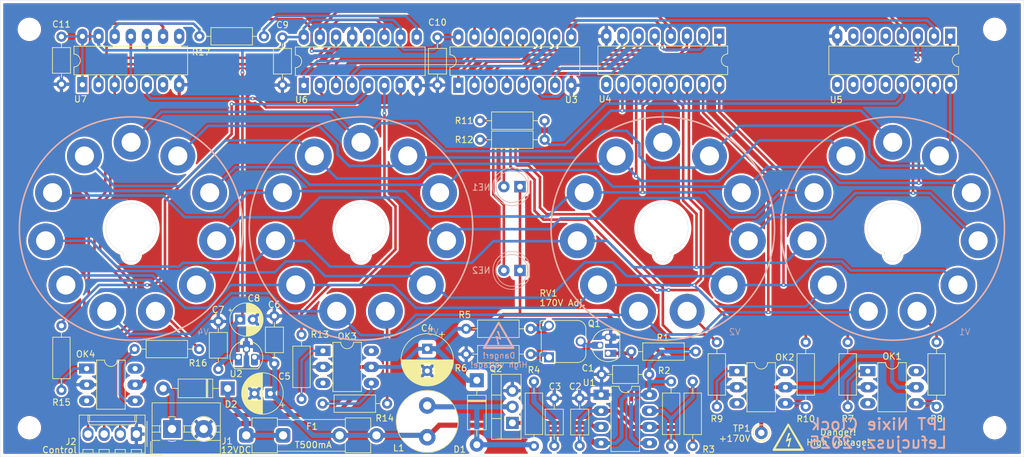
<source format=kicad_pcb>
(kicad_pcb (version 20240108) (generator "pcbnew") (generator_version "8.0")
  (layers (0 "F.Cu" signal) (31 "B.Cu" signal) (34 "B.Paste" user) (35 "F.Paste" user) (36 "B.SilkS" user "B.Silkscreen") (37 "F.SilkS" user "F.Silkscreen") (38 "B.Mask" user) (39 "F.Mask" user) (44 "Edge.Cuts" user))
  (net 0 "")
  (net 1 "Net-(U1-THR)")
  (net 2 "Net-(C3-Pad1)")
  (net 3 "Net-(D2-A)")
  (net 4 "Net-(J2-Pin_4)")
  (net 5 "Net-(J2-Pin_2)")
  (net 6 "Net-(J2-Pin_3)")
  (net 7 "GND")
  (net 8 "Net-(OK1-Pad4)")
  (net 10 "+170V")
  (net 12 "Net-(OK1-Pad1)")
  (net 13 "Net-(OK2-Pad4)")
  (net 14 "Net-(OK2-Pad1)")
  (net 18 "Net-(OK3-Pad1)")
  (net 20 "Net-(OK3-Pad4)")
  (net 23 "Net-(OK4-Pad4)")
  (net 24 "Net-(OK4-Pad1)")
  (net 25 "Net-(Q1-B)")
  (net 26 "Net-(Q1-C)")
  (net 27 "Net-(Q2-G)")
  (net 28 "Net-(U1-DIS)")
  (net 29 "Net-(R5-Pad2)")
  (net 30 "Net-(R6-Pad1)")
  (net 31 "/A1")
  (net 32 "Net-(V1-A)")
  (net 33 "/A2")
  (net 34 "Net-(V2-A)")
  (net 35 "/A3")
  (net 36 "Net-(V3-A)")
  (net 37 "/A4")
  (net 38 "Net-(V4-A)")
  (net 39 "Net-(U6-QH')")
  (net 40 "Net-(U7B-D)")
  (net 41 "/S3")
  (net 42 "/D1")
  (net 43 "/S2")
  (net 44 "/D3")
  (net 45 "/S5")
  (net 46 "+5V")
  (net 47 "/S7")
  (net 48 "/S4")
  (net 49 "/S0")
  (net 50 "/D2")
  (net 51 "/S8")
  (net 52 "/S1")
  (net 53 "/D0")
  (net 54 "/S9")
  (net 55 "/S6")
  (net 56 "/N1")
  (net 57 "/N2")
  (net 58 "/N5")
  (net 59 "/N0")
  (net 60 "/N6")
  (net 62 "/N4")
  (net 63 "/N3")
  (net 64 "/N9")
  (net 65 "/N7")
  (net 66 "/N8")
  (net 67 "/N10")
  (net 68 "/S10")
  (net 77 "Net-(U7A-D)")
  (net 79 "Net-(NE1-Pad2)")
  (net 80 "Net-(NE2-Pad2)")
  (net 81 "Net-(D1-A)")
  (net 82 "+12V")
  (net 83 "Net-(D2-K)")
  (footprint "MountingHole:MountingHole_3.2mm_M3" (layer "F.Cu") (at 68.15 148.6)
    (property "Reference" "H3" (hide yes))
    (property "Value" "MountingHole" (hide yes))
  )
  (footprint "Resistor_THT:R_Axial_DIN0207_L6.3mm_D2.5mm_P10.16mm_Horizontal" (layer "F.Cu") (at 147.6 151.48 90)
    (property "Reference" "R4")
    (property "Value" "2k2" (hide yes))
  )
  (footprint "Resistor_THT:R_Axial_DIN0207_L6.3mm_D2.5mm_P10.16mm_Horizontal" (layer "F.Cu") (at 197 145.28 90)
    (property "Reference" "R7")
    (property "Value" "470R")
  )
  (footprint "Inductor_THT:L_Radial_D9.5mm_P5.00mm_Fastron_07HVP" (layer "F.Cu") (at 130.8 150.1 90)
    (property "Reference" "L1")
    (property "Value" "100u" (hide yes))
  )
  (footprint "Capacitor_THT:C_Axial_L3.8mm_D2.6mm_P7.50mm_Horizontal" (layer "F.Cu") (at 97.9 139.35 90)
    (property "Reference" "C7")
    (property "Value" "100n" (hide yes))
  )
  (footprint "Resistor_THT:R_Axial_DIN0207_L6.3mm_D2.5mm_P10.16mm_Horizontal" (layer "F.Cu") (at 176.4 145.28 90)
    (property "Reference" "R9")
    (property "Value" "470R" (hide yes))
  )
  (footprint "MountingHole:MountingHole_3.2mm_M3" (layer "F.Cu") (at 68.15 85.8)
    (property "Reference" "H1" (hide yes))
    (property "Value" "MountingHole" (hide yes))
  )
  (footprint "Diode_THT:D_DO-41_SOD81_P10.16mm_Horizontal" (layer "F.Cu") (at 99.38 142.4 180)
    (property "Reference" "D2")
    (property "Value" "1N5817" (hide yes))
  )
  (footprint "Resistor_THT:R_Axial_DIN0207_L6.3mm_D2.5mm_P10.16mm_Horizontal" (layer "F.Cu") (at 84.72 136.2)
    (property "Reference" "R16")
    (property "Value" "6k8" (hide yes))
  )
  (footprint "Capacitor_THT:C_Axial_L3.8mm_D2.6mm_P7.50mm_Horizontal" (layer "F.Cu") (at 165.75 140.2 180)
    (property "Reference" "C1")
    (property "Value" "100n" (hide yes))
  )
  (footprint "Package_DIP:DIP-6_W7.62mm_LongPads" (layer "F.Cu") (at 114.375 136.475)
    (property "Reference" "OK3")
    (property "Value" "CNY17-3" (hide yes))
  )
  (footprint "Connector_Molex:Molex_KK-254_AE-6410-04A_1x04_P2.54mm_Vertical" (layer "F.Cu") (at 85 149.6 180)
    (property "Reference" "J2")
    (property "Value" "Control")
  )
  (footprint "Capacitor_THT:C_Axial_L3.8mm_D2.6mm_P7.50mm_Horizontal" (layer "F.Cu") (at 132.4 87.075 -90)
    (property "Reference" "C10")
    (property "Value" "100n" (hide yes))
  )
  (footprint "Resistor_THT:R_Axial_DIN0207_L6.3mm_D2.5mm_P10.16mm_Horizontal" (layer "F.Cu") (at 211 145.28 90)
    (property "Reference" "R8")
    (property "Value" "6k8" (hide yes))
  )
  (footprint "Package_DIP:DIP-6_W7.62mm_LongPads" (layer "F.Cu") (at 179.575 139.675)
    (property "Reference" "OK2")
    (property "Value" "CNY17-3" (hide yes))
  )
  (footprint "Fuse:Fuseholder_Clip-5x20mm_Littelfuse_520_Inline_P20.50x5.80mm_D1.30mm_Horizontal" (layer "F.Cu") (at 102.3 149.8)
    (property "Reference" "F1")
    (property "Value" "T500mA")
  )
  (footprint "MountingHole:MountingHole_3.2mm_M3" (layer "F.Cu") (at 220.15 148.6)
    (property "Reference" "H4" (hide yes))
    (property "Value" "MountingHole" (hide yes))
  )
  (footprint "Package_DIP:DIP-16_W7.62mm_LongPads" (layer "F.Cu") (at 213.14 86.875 -90)
    (property "Reference" "U5")
    (property "Value" "ULN2004A" (hide yes))
  )
  (footprint "Resistor_THT:R_Axial_DIN0207_L6.3mm_D2.5mm_P10.16mm_Horizontal" (layer "F.Cu") (at 114.32 144.8)
    (property "Reference" "R14")
    (property "Value" "6k8" (hide yes))
  )
  (footprint "Resistor_THT:R_Axial_DIN0207_L6.3mm_D2.5mm_P10.16mm_Horizontal" (layer "F.Cu") (at 136.92 133)
    (property "Reference" "R5")
    (property "Value" "330k" (hide yes))
  )
  (footprint "Resistor_THT:R_Axial_DIN0207_L6.3mm_D2.5mm_P10.16mm_Horizontal" (layer "F.Cu") (at 139.12 100.2)
    (property "Reference" "R11")
    (property "Value" "180k" (hide yes))
  )
  (footprint "Capacitor_THT:CP_Radial_D6.3mm_P2.50mm" (layer "F.Cu") (at 106.1 143.2 180)
    (property "Reference" "C5")
    (property "Value" "330u" (hide yes))
  )
  (footprint "Resistor_THT:R_Axial_DIN0207_L6.3mm_D2.5mm_P10.16mm_Horizontal" (layer "F.Cu") (at 73.2 142.68 90)
    (property "Reference" "R15")
    (property "Value" "470R" (hide yes))
  )
  (footprint "Capacitor_THT:CP_Radial_D8.0mm_P3.50mm" (layer "F.Cu") (at 130.8 136.147349 -90)
    (property "Reference" "C4")
    (property "Value" "4u7/250V" (hide yes))
  )
  (footprint "Package_DIP:DIP-16_W7.62mm_LongPads" (layer "F.Cu") (at 135.7 94.625 90)
    (property "Reference" "U3")
    (property "Value" "4028" (hide yes))
  )
  (footprint "Resistor_THT:R_Axial_DIN0207_L6.3mm_D2.5mm_P10.16mm_Horizontal" (layer "F.Cu") (at 111 144.08 90)
    (property "Reference" "R13")
    (property "Value" "470R" (hide yes))
  )
  (footprint "Package_DIP:DIP-6_W7.62mm_LongPads" (layer "F.Cu") (at 77.18 139.275)
    (property "Reference" "OK4")
    (property "Value" "CNY17-3" (hide yes))
  )
  (footprint "Connector_Pin:Pin_D1.0mm_L10.0mm" (layer "F.Cu") (at 183.4 149.4)
    (property "Reference" "TP1")
    (property "Value" "+170V")
  )
  (footprint "Capacitor_THT:C_Axial_L3.8mm_D2.6mm_P7.50mm_Horizontal" (layer "F.Cu") (at 150.8 151.45 90)
    (property "Reference" "C3")
    (property "Value" "47p/1kV" (hide yes))
  )
  (footprint "Capacitor_THT:C_Axial_L3.8mm_D2.6mm_P7.50mm_Horizontal" (layer "F.Cu") (at 108 87.075 -90)
    (property "Reference" "C9")
    (property "Value" "100n" (hide yes))
  )
  (footprint "Package_TO_SOT_THT:TO-92_HandSolder" (layer "F.Cu") (at 101.06 137.47)
    (property "Reference" "U2")
    (property "Value" "LM78L05" (hide yes))
  )
  (footprint "Resistor_THT:R_Axial_DIN0207_L6.3mm_D2.5mm_P10.16mm_Horizontal" (layer "F.Cu") (at 169.2 141.32 -90)
    (property "Reference" "R2")
    (property "Value" "1k" (hide yes))
  )
  (footprint "Package_TO_SOT_THT:TO-92_HandSolder" (layer "F.Cu") (at 159.27 136.87 90)
    (property "Reference" "Q1")
    (property "Value" "BC547" (hide yes))
  )
  (footprint "Package_DIP:DIP-14_W7.62mm_LongPads" (layer "F.Cu") (at 76.5 94.525 90)
    (property "Reference" "U7")
    (property "Value" "74HCT74" (hide yes))
  )
  (footprint "MountingHole:MountingHole_3.2mm_M3" (layer "F.Cu") (at 220.15 85.8)
    (property "Reference" "H2" (hide yes))
    (property "Value" "MountingHole" (hide yes))
  )
  (footprint "Resistor_THT:R_Axial_DIN0207_L6.3mm_D2.5mm_P10.16mm_Horizontal" (layer "F.Cu") (at 173.08 136.6 180)
    (property "Reference" "R1")
    (property "Value" "56k" (hide yes))
  )
  (footprint "Package_DIP:DIP-16_W7.62mm_LongPads" (layer "F.Cu") (at 176.775 86.875 -90)
    (property "Reference" "U4")
    (property "Value" "ULN2004A" (hide yes))
  )
  (footprint "Capacitor_THT:C_Axial_L3.8mm_D2.6mm_P7.50mm_Horizontal" (layer "F.Cu") (at 154.8 151.45 90)
    (property "Reference" "C2")
    (property "Value" "2n2" (hide yes))
  )
  (footprint "Resistor_THT:R_Axial_DIN0207_L6.3mm_D2.5mm_P10.16mm_Horizontal" (layer "F.Cu") (at 139.12 103.2)
    (property "Reference" "R12")
    (property "Value" "180k" (hide yes))
  )
  (footprint "Capacitor_THT:CP_Radial_D5.0mm_P2.00mm" (layer "F.Cu") (at 101.33 131.55)
    (property "Reference" "C8")
    (property "Value" "10u")
  )
  (footprint "Resistor_THT:R_Axial_DIN0207_L6.3mm_D2.5mm_P10.16mm_Horizontal" (layer "F.Cu") (at 147.08 137 180)
    (property "Reference" "R6")
    (property "Value" "820R" (hide yes))
  )
  (footprint "Resistor_THT:R_Axial_DIN0207_L6.3mm_D2.5mm_P10.16mm_Horizontal" (layer "F.Cu") (at 105.08 86.9 180)
    (property "Reference" "R17")
    (property "Value" "0R" (hide yes))
  )
  (footprint "TerminalBlock:TerminalBlock_MaiXu_MX126-5.0-02P_1x02_P5.00mm" (layer "F.Cu") (at 90.6 148.795)
    (property "Reference" "J1")
    (property "Value" "12VDC")
  )
  (footprint "Capacitor_THT:C_Axial_L3.8mm_D2.6mm_P7.50mm_Horizontal" (layer "F.Cu") (at 106.73 138.5 90)
    (property "Reference" "C6")
    (property "Value" "100n" (hide yes))
  )
  (footprint "Potentiometer_THT:Potentiometer_Runtron_RM-065_Vertical" (layer "F.Cu") (at 149.96 137.5 90)
    (property "Reference" "RV1")
    (property "Value" "2k2" (hide yes))
  )
  (footprint "Resistor_THT:R_Axial_DIN0207_L6.3mm_D2.5mm_P10.16mm_Horizontal" (layer "F.Cu") (at 172.6 141.32 -90)
    (property "Reference" "R3")
    (property "Value" "10k" (hide yes))
  )
  (footprint "Package_DIP:DIP-6_W7.62mm_LongPads" (layer "F.Cu") (at 200.175 139.675)
    (property "Reference" "OK1")
    (property "Value" "CNY17-3" (hide yes))
  )
  (footprint "Diode_THT:D_DO-41_SOD81_P10.16mm_Horizontal" (layer "F.Cu") (at 138.6 141.12 -90)
    (property "Reference" "D1")
    (property "Value" "UF4007" (hide yes))
  )
  (footprint "Package_TO_SOT_THT:TO-220-3_Vertical" (layer "F.Cu") (at 144.2 147.84 90)
    (property "Reference" "Q2" (hide yes))
    (property "Value" "IRF740" (hide yes))
  )
  (footprint "Package_DIP:DIP-16_W7.62mm_LongPads" (layer "F.Cu") (at 111.36 94.645 90)
    (property "Reference" "U6")
    (property "Value" "74HC595" (hide yes))
  )
  (footprint "Package_DIP:DIP-8_W7.62mm_LongPads" (layer "F.Cu") (at 158.175 143.4)
    (property "Reference" "U1")
    (property "Value" "NE555P" (hide yes))
  )
  (footprint "Capacitor_THT:C_Axial_L3.8mm_D2.6mm_P7.50mm_Horizontal" (layer "F.Cu") (at 73.2 86.95 -90)
    (property "Reference" "C11")
    (property "Value" "100n" (hide yes))
  )
  (footprint "Resistor_THT:R_Axial_DIN0207_L6.3mm_D2.5mm_P10.16mm_Horizontal" (layer "F.Cu") (at 190.4 145.28 90)
    (property "Reference" "R10")
    (property "Value" "6k8" (hide yes))
  )
  (footprint "LED_THT:LED_D5.0mm" (layer "B.Cu") (at 145.4032 110.6 180)
    (property "Reference" "NE1")
    (property "Value" "Neon" (hide yes))
  )
  (footprint "nixie_in1:IN-1" (layer "B.Cu") (at 204.088428 117.2 180)
    (property "Reference" "V1")
    (property "Value" "IN-1" (hide yes))
    (fp_arc (start 1.224612 -3.797638) (mid -0.000178 3.990204) (end -1.224274 -3.797747) (stroke (width 0.05)) (layer "Edge.Cuts"))
    (fp_arc (start -1.225 -3.799999) (mid 0.001196 -5.241219) (end 1.224612 -3.797638) (stroke (width 0.05)) (layer "Edge.Cuts"))
  )
  (footprint "LED_THT:LED_D5.0mm" (layer "B.Cu") (at 145.4032 123.8 180)
    (property "Reference" "NE2")
    (property "Value" "Neon" (hide yes))
  )
  (footprint "nixie_in1:IN-1" (layer "B.Cu") (at 84.171428 117.2 180)
    (property "Reference" "V4")
    (property "Value" "IN-1" (hide yes))
    (fp_arc (start 1.224612 -3.797638) (mid -0.000178 3.990204) (end -1.224274 -3.797747) (stroke (width 0.05)) (layer "Edge.Cuts"))
    (fp_arc (start -1.225 -3.799999) (mid 0.001196 -5.241219) (end 1.224612 -3.797638) (stroke (width 0.05)) (layer "Edge.Cuts"))
  )
  (footprint "nixie_in1:IN-1" (layer "B.Cu") (at 120.371806 117.193894 180)
    (property "Reference" "V3")
    (property "Value" "IN-1" (hide yes))
    (fp_arc (start 1.224612 -3.797638) (mid -0.000178 3.990204) (end -1.224274 -3.797747) (stroke (width 0.05)) (layer "Edge.Cuts"))
    (fp_arc (start -1.225 -3.799999) (mid 0.001196 -5.241219) (end 1.224612 -3.797638) (stroke (width 0.05)) (layer "Edge.Cuts"))
  )
  (footprint "nixie_in1:IN-1" (layer "B.Cu") (at 167.888428 117.2 180)
    (property "Reference" "V2")
    (property "Value" "IN-1" (hide yes))
    (fp_arc (start 1.224612 -3.797638) (mid -0.000178 3.990204) (end -1.224274 -3.797747) (stroke (width 0.05)) (layer "Edge.Cuts"))
    (fp_arc (start -1.225 -3.799999) (mid 0.001196 -5.241219) (end 1.224612 -3.797638) (stroke (width 0.05)) (layer "Edge.Cuts"))
  )
  (gr_poly (pts (xy 142.041515 131.869784) (xy 142.031318 131.870716) (xy 142.021174 131.872334) (xy 142.011146 131.874624) (xy 142.001295 131.877568) (xy 141.991683 131.881151) (xy 141.982373 131.885357) (xy 141.973425 131.89017) (xy 141.964903 131.895575) (xy 141.956869 131.901554) (xy 141.953053 131.904755) (xy 141.949383 131.908093) (xy 141.945865 131.911568) (xy 141.942508 131.915176) (xy 139.581966 135.964536) (xy 139.577066 135.974357) (xy 139.575058 135.978571) (xy 139.57332 135.982428) (xy 139.571832 135.986011) (xy 139.570575 135.989399) (xy 139.569529 135.992675) (xy 139.568675 135.995919) (xy 139.567995 135.999214) (xy 139.567467 136.00264) (xy 139.567074 136.006278) (xy 139.566796 136.010211) (xy 139.566613 136.014518) (xy 139.566506 136.019282) (xy 139.566444 136.030505) (xy 139.566468 136.035869) (xy 139.566544 136.040788) (xy 139.566679 136.045305) (xy 139.566881 136.049465) (xy 139.567155 136.053314) (xy 139.567508 136.056896) (xy 139.567948 136.060257) (xy 139.568481 136.063441) (xy 139.569115 136.066493) (xy 139.569855 136.069458) (xy 139.570708 136.072381) (xy 139.571683 136.075307) (xy 139.572784 136.078281) (xy 139.57402 136.081347) (xy 139.575397 136.084551) (xy 139.576921 136.087937) (xy 139.579766 136.093719) (xy 139.582905 136.099414) (xy 139.586323 136.105008) (xy 139.590006 136.110487) (xy 139.59394 136.115835) (xy 139.598109 136.121041) (xy 139.602498 136.126088) (xy 139.607093 136.130963) (xy 139.611879 136.135651) (xy 139.616841 136.140139) (xy 139.621965 136.144412) (xy 139.627236 136.148456) (xy 139.632638 136.152256) (xy 139.638157 136.155799) (xy 139.643779 136.15907) (xy 139.649488 136.162056) (xy 139.6751 136.174473) (xy 144.421019 136.174473) (xy 144.446631 136.162056) (xy 144.45234 136.15907) (xy 144.457962 136.155799) (xy 144.463481 136.152256) (xy 144.468883 136.148456) (xy 144.474154 136.144412) (xy 144.479278 136.140139) (xy 144.48424 136.135651) (xy 144.489026 136.130963) (xy 144.493621 136.126088) (xy 144.49801 136.121041) (xy 144.502179 136.115835) (xy 144.506112 136.110487) (xy 144.509796 136.105008) (xy 144.513214 136.099414) (xy 144.516353 136.093719) (xy 144.519197 136.087937) (xy 144.522099 136.081348) (xy 144.523334 136.078283) (xy 144.524436 136.075313) (xy 144.52541 136.072393) (xy 144.526264 136.069479) (xy 144.527004 136.066526) (xy 144.527637 136.06349) (xy 144.528171 136.060326) (xy 144.528611 136.056991) (xy 144.528964 136.05344) (xy 144.529238 136.049629) (xy 144.529439 136.045513) (xy 144.529575 136.041047) (xy 144.529675 136.030893) (xy 144.529603 136.020318) (xy 144.529496 136.015743) (xy 144.529323 136.011563) (xy 144.529073 136.007719) (xy 144.528733 136.004153) (xy 144.528291 136.000806) (xy 144.527734 135.997617) (xy 144.52705 135.994529) (xy 144.526226 135.991481) (xy 144.52525 135.988415) (xy 144.524109 135.985272) (xy 144.52279 135.981993) (xy 144.521282 135.978518) (xy 144.519571 135.974788) (xy 144.517645 135.970744) (xy 144.417526 135.798836) (xy 144.034904 135.798836) (xy 142.05 135.8) (xy 140.065096 135.79806) (xy 140.36351 135.274961) (xy 141.820659 132.729704) (xy 141.90825 132.576362) (xy 141.980344 132.450886) (xy 142.029445 132.366157) (xy 142.043031 132.343096) (xy 142.04806 132.335052) (xy 142.946408 133.898915) (xy 143.939054 135.63042) (xy 144.00677 135.748825) (xy 144.027349 135.785126) (xy 144.034904 135.798836) (xy 144.417526 135.798836) (xy 142.157491 131.91828) (xy 142.15432 131.915012) (xy 142.150931 131.911767) (xy 142.147344 131.908557) (xy 142.143576 131.905395) (xy 142.139646 131.902295) (xy 142.135574 131.899269) (xy 142.131378 131.896331) (xy 142.127077 131.893493) (xy 142.12269 131.890769) (xy 142.118235 131.888171) (xy 142.113731 131.885714) (xy 142.109196 131.883409) (xy 142.104651 131.881271) (xy 142.100113 131.879311) (xy 142.095601 131.877544) (xy 142.091134 131.875982) (xy 142.086402 131.874515) (xy 142.081599 131.873241) (xy 142.071807 131.871268) (xy 142.061822 131.870044) (xy 142.051703 131.869555)) (stroke (width -0.000001)) (fill solid) (layer "B.SilkS"))
  (gr_poly (pts (xy 141.743048 133.402593) (xy 141.789129 133.506397) (xy 141.881196 133.716141) (xy 142.079104 134.166286) (xy 142.107105 134.230436) (xy 142.129648 134.283091) (xy 142.138169 134.303424) (xy 142.144479 134.318864) (xy 142.148297 134.328739) (xy 142.149184 134.331378) (xy 142.149342 134.332374) (xy 142.124785 134.323206) (xy 142.059992 134.29774) (xy 141.848987 134.213628) (xy 141.638758 134.129421) (xy 141.574826 134.104161) (xy 141.551348 134.095272) (xy 141.552852 134.101584) (xy 141.556975 134.117245) (xy 141.563136 134.139965) (xy 141.570751 134.16745) (xy 141.852091 135.210931) (xy 141.854808 135.221797) (xy 141.800092 135.221797) (xy 141.789051 135.221867) (xy 141.778773 135.222064) (xy 141.769478 135.22237) (xy 141.761383 135.222767) (xy 141.754708 135.223237) (xy 141.75197 135.223494) (xy 141.749669 135.223762) (xy 141.747832 135.224039) (xy 141.746486 135.224322) (xy 141.745658 135.224611) (xy 141.745447 135.224756) (xy 141.745376 135.224901) (xy 141.788365 135.291362) (xy 141.883233 135.43353) (xy 141.978828 135.575188) (xy 142.024 135.640121) (xy 142.024425 135.639795) (xy 142.025108 135.6387) (xy 142.027189 135.634355) (xy 142.030125 135.627399) (xy 142.033798 135.618147) (xy 142.042881 135.594009) (xy 142.053492 135.56445) (xy 142.127999 135.350243) (xy 142.161954 135.252696) (xy 142.17231 135.222713) (xy 142.176118 135.21132) (xy 142.174938 135.211158) (xy 142.171552 135.210974) (xy 142.159092 135.210592) (xy 142.140592 135.210283) (xy 142.117909 135.210155) (xy 142.060089 135.210155) (xy 142.052328 135.183768) (xy 141.890897 134.622251) (xy 141.878406 134.578565) (xy 141.86839 134.542554) (xy 141.864627 134.528599) (xy 141.861866 134.517967) (xy 141.860231 134.511128) (xy 141.859877 134.509278) (xy 141.859853 134.508551) (xy 141.883433 134.517361) (xy 141.946631 134.54236) (xy 142.153611 134.625356) (xy 142.36025 134.708399) (xy 142.423406 134.733514) (xy 142.446981 134.742548) (xy 142.443712 134.727966) (xy 142.425783 134.663143) (xy 142.307668 134.245837) (xy 142.140805 133.657933) (xy 142.061641 133.379309) (xy 142.060991 133.378681) (xy 142.059422 133.378106) (xy 142.053201 133.377108) (xy 142.042324 133.376301) (xy 142.026134 133.375671) (xy 141.975202 133.374889) (xy 141.895165 133.374653) (xy 141.730242 133.374653)) (stroke (width -0.000001)) (fill solid) (layer "B.SilkS"))
  (gr_poly (pts (xy 187.952328 149.477692) (xy 187.906247 149.581496) (xy 187.81418 149.79124) (xy 187.616272 150.241385) (xy 187.588271 150.305535) (xy 187.565728 150.35819) (xy 187.557207 150.378523) (xy 187.550897 150.393963) (xy 187.547079 150.403838) (xy 187.546192 150.406477) (xy 187.546034 150.407473) (xy 187.570591 150.398305) (xy 187.635384 150.372839) (xy 187.846389 150.288727) (xy 188.056618 150.20452) (xy 188.12055 150.17926) (xy 188.144028 150.170371) (xy 188.142524 150.176683) (xy 188.138401 150.192344) (xy 188.13224 150.215064) (xy 188.124625 150.242549) (xy 187.843285 151.28603) (xy 187.840568 151.296896) (xy 187.895284 151.296896) (xy 187.906325 151.296966) (xy 187.916603 151.297163) (xy 187.925898 151.297469) (xy 187.933993 151.297866) (xy 187.940668 151.298336) (xy 187.943406 151.298593) (xy 187.945707 151.298861) (xy 187.947544 151.299138) (xy 187.94889 151.299421) (xy 187.949718 151.29971) (xy 187.949929 151.299855) (xy 187.95 151.3) (xy 187.907011 151.366461) (xy 187.812143 151.508629) (xy 187.716548 151.650287) (xy 187.671376 151.71522) (xy 187.670951 151.714894) (xy 187.670268 151.713799) (xy 187.668187 151.709454) (xy 187.665251 151.702498) (xy 187.661578 151.693246) (xy 187.652495 151.669108) (xy 187.641884 151.639549) (xy 187.567377 151.425342) (xy 187.533422 151.327795) (xy 187.523066 151.297812) (xy 187.519258 151.286419) (xy 187.520438 151.286257) (xy 187.523824 151.286073) (xy 187.536284 151.285691) (xy 187.554784 151.285382) (xy 187.577467 151.285254) (xy 187.635287 151.285254) (xy 187.643048 151.258867) (xy 187.804479 150.69735) (xy 187.81697 150.653664) (xy 187.826986 150.617653) (xy 187.830749 150.603698) (xy 187.83351 150.593066) (xy 187.835145 150.586227) (xy 187.835499 150.584377) (xy 187.835523 150.58365) (xy 187.811943 150.59246) (xy 187.748745 150.617459) (xy 187.541765 150.700455) (xy 187.335126 150.783498) (xy 187.27197 150.808613) (xy 187.248395 150.817647) (xy 187.251664 150.803065) (xy 187.269593 150.738242) (xy 187.387708 150.320936) (xy 187.554571 149.733032) (xy 187.633735 149.454408) (xy 187.634385 149.45378) (xy 187.635954 149.453205) (xy 187.642175 149.452207) (xy 187.653052 149.4514) (xy 187.669242 149.45077) (xy 187.720174 149.449988) (xy 187.800211 149.449752) (xy 187.965134 149.449752)) (stroke (width -0.000001)) (fill solid) (layer "F.SilkS"))
  (gr_poly (pts (xy 187.653861 147.944883) (xy 187.664058 147.945815) (xy 187.674202 147.947433) (xy 187.68423 147.949723) (xy 187.694081 147.952667) (xy 187.703693 147.95625) (xy 187.713003 147.960456) (xy 187.721951 147.965269) (xy 187.730473 147.970674) (xy 187.738507 147.976653) (xy 187.742323 147.979854) (xy 187.745993 147.983192) (xy 187.749511 147.986667) (xy 187.752868 147.990275) (xy 190.11341 152.039635) (xy 190.11831 152.049456) (xy 190.120318 152.05367) (xy 190.122056 152.057527) (xy 190.123544 152.06111) (xy 190.124801 152.064498) (xy 190.125847 152.067774) (xy 190.126701 152.071018) (xy 190.127381 152.074313) (xy 190.127909 152.077739) (xy 190.128302 152.081377) (xy 190.12858 152.08531) (xy 190.128763 152.089617) (xy 190.12887 152.094381) (xy 190.128932 152.105604) (xy 190.128908 152.110968) (xy 190.128832 152.115887) (xy 190.128697 152.120404) (xy 190.128495 152.124564) (xy 190.128221 152.128413) (xy 190.127868 152.131995) (xy 190.127428 152.135356) (xy 190.126895 152.13854) (xy 190.126261 152.141592) (xy 190.125521 152.144557) (xy 190.124668 152.14748) (xy 190.123693 152.150406) (xy 190.122592 152.15338) (xy 190.121356 152.156446) (xy 190.119979 152.15965) (xy 190.118455 152.163036) (xy 190.11561 152.168818) (xy 190.112471 152.174513) (xy 190.109053 152.180107) (xy 190.10537 152.185586) (xy 190.101436 152.190934) (xy 190.097267 152.19614) (xy 190.092878 152.201187) (xy 190.088283 152.206062) (xy 190.083497 152.21075) (xy 190.078535 152.215238) (xy 190.073411 152.219511) (xy 190.06814 152.223555) (xy 190.062738 152.227355) (xy 190.057219 152.230898) (xy 190.051597 152.234169) (xy 190.045888 152.237155) (xy 190.020276 152.249572) (xy 185.274357 152.249572) (xy 185.248745 152.237155) (xy 185.243036 152.234169) (xy 185.237414 152.230898) (xy 185.231895 152.227355) (xy 185.226493 152.223555) (xy 185.221222 152.219511) (xy 185.216098 152.215238) (xy 185.211136 152.21075) (xy 185.20635 152.206062) (xy 185.201755 152.201187) (xy 185.197366 152.19614) (xy 185.193197 152.190934) (xy 185.189264 152.185586) (xy 185.18558 152.180107) (xy 185.182162 152.174513) (xy 185.179023 152.168818) (xy 185.176179 152.163036) (xy 185.173277 152.156447) (xy 185.172042 152.153382) (xy 185.17094 152.150412) (xy 185.169966 152.147492) (xy 185.169112 152.144578) (xy 185.168372 152.141625) (xy 185.167739 152.138589) (xy 185.167205 152.135425) (xy 185.166765 152.13209) (xy 185.166412 152.128539) (xy 185.166138 152.124728) (xy 185.165937 152.120612) (xy 185.165801 152.116146) (xy 185.165701 152.105992) (xy 185.165773 152.095417) (xy 185.16588 152.090842) (xy 185.166053 152.086662) (xy 185.166303 152.082818) (xy 185.166643 152.079252) (xy 185.167085 152.075905) (xy 185.167642 152.072716) (xy 185.168326 152.069628) (xy 185.16915 152.06658) (xy 185.170126 152.063514) (xy 185.171267 152.060371) (xy 185.172586 152.057092) (xy 185.174094 152.053617) (xy 185.175805 152.049887) (xy 185.177731 152.045843) (xy 185.27785 151.873935) (xy 185.660472 151.873935) (xy 187.645376 151.875099) (xy 189.63028 151.873159) (xy 189.331866 151.35006) (xy 187.874717 148.804803) (xy 187.787126 148.651461) (xy 187.715032 148.525985) (xy 187.665931 148.441256) (xy 187.652345 148.418195) (xy 187.647316 148.410151) (xy 186.748968 149.974014) (xy 185.756322 151.705519) (xy 185.688606 151.823924) (xy 185.668027 151.860225) (xy 185.660472 151.873935) (xy 185.27785 151.873935) (xy 187.537885 147.993379) (xy 187.541056 147.990111) (xy 187.544445 147.986866) (xy 187.548032 147.983656) (xy 187.5518 147.980494) (xy 187.55573 147.977394) (xy 187.559802 147.974368) (xy 187.563998 147.97143) (xy 187.568299 147.968592) (xy 187.572686 147.965868) (xy 187.577141 147.96327) (xy 187.581645 147.960813) (xy 187.58618 147.958508) (xy 187.590725 147.95637) (xy 187.595263 147.95441) (xy 187.599775 147.952643) (xy 187.604242 147.951081) (xy 187.608974 147.949614) (xy 187.613777 147.94834) (xy 187.623569 147.946367) (xy 187.633554 147.945143) (xy 187.643673 147.944654)) (stroke (width -0.000001)) (fill solid) (layer "F.SilkS"))
  (gr_rect (start 63.55 81.2) (end 224.75 153.2) (stroke (width 0.05)) (fill none) (layer "Edge.Cuts"))
  (gr_text "Danger!\nHigh voltage!" (at 142.1 139.2 0) (layer "B.SilkS") (effects (font (size 0.9 0.9) (thickness 0.12)) (justify bottom mirror)))
  (gr_text "LPT Nixie Clock\nLefucjusz, 2025" (at 212.8 152 0) (layer "B.SilkS") (effects (font (size 1.8 1.8) (thickness 0.3) (bold yes)) (justify left bottom mirror)))
  (gr_text "170V Adj." (at 148.4 129.5 0) (layer "F.SilkS") (effects (font (size 1 1)) (justify left bottom)))
  (gr_text "Danger!\nHigh voltage!" (at 195.5 151.5 0) (layer "F.SilkS") (effects (font (size 1 1)) (justify bottom)))
  (segment (start 158.175 145.94) (end 160.69 145.94) (width 0.6096) (layer "F.Cu") (net 1))
  (segment (start 172.6 151.48) (end 172.6 149.35) (width 0.6096) (layer "F.Cu") (net 1))
  (segment (start 171.73 148.48) (end 165.795 148.48) (width 0.6096) (layer "F.Cu") (net 1))
  (segment (start 172.6 149.35) (end 171.73 148.48) (width 0.6096) (layer "F.Cu") (net 1))
  (segment (start 160.69 145.94) (end 163.23 148.48) (width 0.6096) (layer "F.Cu") (net 1))
  (segment (start 163.23 148.48) (end 165.795 148.48) (width 0.6096) (layer "F.Cu") (net 1))
  (segment (start 156.36 145.94) (end 154.8 147.5) (width 0.6096) (layer "B.Cu") (net 1))
  (segment (start 158.175 145.94) (end 156.36 145.94) (width 0.6096) (layer "B.Cu") (net 1))
  (segment (start 154.8 151.45) (end 154.8 147.5) (width 0.6096) (layer "B.Cu") (net 1))
  (segment (start 147.6 144.5) (end 150.8 147.7) (width 0.8128) (layer "B.Cu") (net 2))
  (segment (start 147.6 141.32) (end 147.6 144.5) (width 0.8128) (layer "B.Cu") (net 2))
  (segment (start 150.8 147.7) (end 150.8 151.45) (width 0.8128) (layer "B.Cu") (net 2))
  (segment (start 90.6 143.08) (end 89.22 141.7) (width 0.8128) (layer "B.Cu") (net 3))
  (segment (start 90.6 148.8) (end 90.6 143.08) (width 0.8128) (layer "B.Cu") (net 3))
  (segment (start 73.2 107.7) (end 73.2 103.4) (width 0.4064) (layer "F.Cu") (net 4))
  (segment (start 77.5 127.7) (end 77.5 112) (width 0.4064) (layer "F.Cu") (net 4))
  (segment (start 77.38 148.12) (end 80 145.5) (width 0.4064) (layer "F.Cu") (net 4))
  (segment (start 77.7032 85.2032) (end 78.7064 84.2) (width 0.4064) (layer "F.Cu") (net 4))
  (segment (start 76.8 132.75) (end 76.8 128.4) (width 0.4064) (layer "F.Cu") (net 4))
  (segment (start 112.6 85.7) (end 112.6 89.2) (width 0.4064) (layer "F.Cu") (net 4))
  (segment (start 78.7064 84.2) (end 111.1 84.2) (width 0.4064) (layer "F.Cu") (net 4))
  (segment (start 77.7032 98.8968) (end 77.7032 85.2032) (width 0.4064) (layer "F.Cu") (net 4))
  (segment (start 80 135.95) (end 76.8 132.75) (width 0.4064) (layer "F.Cu") (net 4))
  (segment (start 80 145.5) (end 80 135.95) (width 0.4064) (layer "F.Cu") (net 4))
  (segment (start 77.5 112) (end 73.2 107.7) (width 0.4064) (layer "F.Cu") (net 4))
  (segment (start 73.2 103.4) (end 77.7032 98.8968) (width 0.4064) (layer "F.Cu") (net 4))
  (segment (start 76.8 128.4) (end 77.5 127.7) (width 0.4064) (layer "F.Cu") (net 4))
  (segment (start 111.1 84.2) (end 112.6 85.7) (width 0.4064) (layer "F.Cu") (net 4))
  (segment (start 77.38 149.6) (end 77.38 148.12) (width 0.4064) (layer "F.Cu") (net 4))
  (via (at 112.6 89.2) (size 0.6) (drill 0.3) (layers "F.Cu" "B.Cu") (net 4))
  (segment (start 116.44 87.025) (end 116.44 88.56) (width 0.4064) (layer "B.Cu") (net 4))
  (segment (start 116.44 88.56) (end 115.8 89.2) (width 0.4064) (layer "B.Cu") (net 4))
  (segment (start 115.8 89.2) (end 112.6 89.2) (width 0.4064) (layer "B.Cu") (net 4))
  (segment (start 121.52 88.58) (end 120.4 89.7) (width 0.4064) (layer "F.Cu") (net 5))
  (segment (start 81.58 97.62) (end 81.58 94.525) (width 0.4064) (layer "F.Cu") (net 5))
  (segment (start 116.6 89.7) (end 115 91.3) (width 0.4064) (layer "F.Cu") (net 5))
  (segment (start 82.46 149.6) (end 82.46 148.16) (width 0.4064) (layer "F.Cu") (net 5))
  (segment (start 120.4 89.7) (end 116.6 89.7) (width 0.4064) (layer "F.Cu") (net 5))
  (segment (start 83.2 91.3) (end 81.58 92.92) (width 0.4064) (layer "F.Cu") (net 5))
  (segment (start 82.46 148.16) (end 81.8 147.5) (width 0.4064) (layer "F.Cu") (net 5))
  (segment (start 81.8 147.5) (end 81.8 135.3) (width 0.4064) (layer "F.Cu") (net 5))
  (segment (start 121.52 87.025) (end 121.52 88.58) (width 0.4064) (layer "F.Cu") (net 5))
  (segment (start 81.58 92.92) (end 81.58 94.525) (width 0.4064) (layer "F.Cu") (net 5))
  (segment (start 84.6 125.9) (end 79.3 120.6) (width 0.4064) (layer "F.Cu") (net 5))
  (segment (start 80.9 111.8) (end 80.9 98.3) (width 0.4064) (layer "F.Cu") (net 5))
  (segment (start 79.3 113.4) (end 80.9 111.8) (width 0.4064) (layer "F.Cu") (net 5))
  (segment (start 79.3 120.6) (end 79.3 113.4) (width 0.4064) (layer "F.Cu") (net 5))
  (segment (start 81.8 135.3) (end 84.6 132.5) (width 0.4064) (layer "F.Cu") (net 5))
  (segment (start 115 91.3) (end 83.2 91.3) (width 0.4064) (layer "F.Cu") (net 5))
  (segment (start 84.6 132.5) (end 84.6 125.9) (width 0.4064) (layer "F.Cu") (net 5))
  (segment (start 80.9 98.3) (end 81.58 97.62) (width 0.4064) (layer "F.Cu") (net 5))
  (segment (start 84.12 90.18) (end 84 90.3) (width 0.4064) (layer "F.Cu") (net 6))
  (segment (start 79.92 149.6) (end 79.92 148.18) (width 0.4064) (layer "F.Cu") (net 6))
  (segment (start 84 90.3) (end 113.3 90.3) (width 0.4064) (layer "F.Cu") (net 6))
  (segment (start 122.8 84.3) (end 124.06 85.56) (width 0.4064) (layer "F.Cu") (net 6))
  (segment (start 80.1 111.54242) (end 80.1 97.9) (width 0.4064) (layer "F.Cu") (net 6))
  (segment (start 115.2 88.4) (end 115.2 85.9) (width 0.4064) (layer "F.Cu") (net 6))
  (segment (start 79.92 148.18) (end 80.9 147.2) (width 0.4064) (layer "F.Cu") (net 6))
  (segment (start 83.8 126.3) (end 78.4 120.9) (width 0.4064) (layer "F.Cu") (net 6))
  (segment (start 78.4 113.24242) (end 80.1 111.54242) (width 0.4064) (layer "F.Cu") (net 6))
  (segment (start 116.8 84.3) (end 122.8 84.3) (width 0.4064) (layer "F.Cu") (net 6))
  (segment (start 115.2 85.9) (end 116.8 84.3) (width 0.4064) (layer "F.Cu") (net 6))
  (segment (start 80.3 92.8) (end 82.8 90.3) (width 0.4064) (layer "F.Cu") (net 6))
  (segment (start 84.12 86.905) (end 84.12 90.18) (width 0.4064) (layer "F.Cu") (net 6))
  (segment (start 83.8 132.1) (end 83.8 126.3) (width 0.4064) (layer "F.Cu") (net 6))
  (segment (start 80.9 147.2) (end 80.9 135) (width 0.4064) (layer "F.Cu") (net 6))
  (segment (start 113.3 90.3) (end 115.2 88.4) (width 0.4064) (layer "F.Cu") (net 6))
  (segment (start 78.4 120.9) (end 78.4 113.24242) (width 0.4064) (layer "F.Cu") (net 6))
  (segment (start 80.1 97.9) (end 80.3 97.7) (width 0.4064) (layer "F.Cu") (net 6))
  (segment (start 124.06 85.56) (end 124.06 87.025) (width 0.4064) (layer "F.Cu") (net 6))
  (segment (start 82.8 90.3) (end 84 90.3) (width 0.4064) (layer "F.Cu") (net 6))
  (segment (start 80.9 135) (end 83.8 132.1) (width 0.4064) (layer "F.Cu") (net 6))
  (segment (start 80.3 97.7) (end 80.3 92.8) (width 0.4064) (layer "F.Cu") (net 6))
  (segment (start 207.795 144.755) (end 210.475 144.755) (width 0.4064) (layer "B.Cu") (net 8))
  (segment (start 210.475 144.755) (end 211 145.28) (width 0.4064) (layer "B.Cu") (net 8))
  (segment (start 85.485 141.815) (end 87.6 139.7) (width 0.6096) (layer "F.Cu") (net 10))
  (segment (start 116.3 146.6) (end 118.9 144) (width 0.6096) (layer "F.Cu") (net 10))
  (segment (start 176 139) (end 177.3 137.7) (width 0.6096) (layer "F.Cu") (net 10))
  (segment (start 120.185 139.015) (end 121.995 139.015) (width 0.6096) (layer "F.Cu") (net 10))
  (segment (start 118.9 144) (end 118.9 140.3) (width 0.6096) (layer "F.Cu") (net 10))
  (segment (start 118.9 140.3) (end 120.185 139.015) (width 0.6096) (layer "F.Cu") (net 10))
  (segment (start 183.4 141.2) (end 183.4 149.4) (width 0.6096) (layer "F.Cu") (net 10))
  (segment (start 182.45 137.7) (end 183.4 138.65) (width 0.6096) (layer "F.Cu") (net 10))
  (segment (start 159.2 130.8) (end 162.8 134.4) (width 0.6096) (layer "F.Cu") (net 10))
  (segment (start 92.1 139.7) (end 99 146.6) (width 0.6096) (layer "F.Cu") (net 10))
  (segment (start 142.8 130.8) (end 145.4 130.8) (width 0.6096) (layer "F.Cu") (net 10))
  (segment (start 177.3 137.7) (end 182.45 137.7) (width 0.6096) (layer "F.Cu") (net 10))
  (segment (start 145.4 130.8) (end 159.2 130.8) (width 0.6096) (layer "F.Cu") (net 10))
  (segment (start 145.4032 130.7968) (end 145.4 130.8) (width 0.4064) (layer "F.Cu") (net 10))
  (segment (start 99 146.6) (end 116.3 146.6) (width 0.6096) (layer "F.Cu") (net 10))
  (segment (start 187.195 142.215) (end 184.415 142.215) (width 0.6096) (layer "F.Cu") (net 10))
  (segment (start 145.4032 110.6) (end 145.4032 123.8) (width 0.4064) (layer "F.Cu") (net 10))
  (segment (start 183.4 138.65) (end 183.4 141.2) (width 0.6096) (layer "F.Cu") (net 10))
  (segment (start 87.6 139.7) (end 92.1 139.7) (width 0.6096) (layer "F.Cu") (net 10))
  (segment (start 165.1 134.4) (end 169.7 139) (width 0.6096) (layer "F.Cu") (net 10))
  (segment (start 136.92 133) (end 140.6 133) (width 0.6096) (layer "F.Cu") (net 10))
  (segment (start 140.6 133) (end 142.8 130.8) (width 0.6096) (layer "F.Cu") (net 10))
  (segment (start 162.8 134.4) (end 165.1 134.4) (width 0.6096) (layer "F.Cu") (net 10))
  (segment (start 145.4032 123.8) (end 145.4032 130.7968) (width 0.4064) (layer "F.Cu") (net 10))
  (segment (start 169.7 139) (end 176 139) (width 0.6096) (layer "F.Cu") (net 10))
  (segment (start 184.415 142.215) (end 183.4 141.2) (width 0.6096) (layer "F.Cu") (net 10))
  (segment (start 84.8 141.815) (end 85.485 141.815) (width 0.6096) (layer "F.Cu") (net 10))
  (segment (start 203.2 137.3) (end 204 138.1) (width 0.6096) (layer "B.Cu") (net 10))
  (segment (start 130.8 136.147349) (end 129.352651 136.147349) (width 0.6096) (layer "B.Cu") (net 10))
  (segment (start 132.202651 136.147349) (end 130.8 136.147349) (width 0.8128) (layer "B.Cu") (net 10))
  (segment (start 138.6 141.12) (end 137.175302 141.12) (width 0.8128) (layer "B.Cu") (net 10))
  (segment (start 192.985 142.215) (end 197.9 137.3) (width 0.6096) (layer "B.Cu") (net 10))
  (segment (start 136.92 133) (end 135.35 133) (width 0.6096) (layer "B.Cu") (net 10))
  (segment (start 204 138.1) (end 204 141.3) (width 0.6096) (layer "B.Cu") (net 10))
  (segment (start 137.175302 141.12) (end 132.202651 136.147349) (width 0.8128) (layer "B.Cu") (net 10))
  (segment (start 187.195 142.215) (end 192.985 142.215) (width 0.6096) (layer "B.Cu") (net 10))
  (segment (start 129.352651 136.147349) (end 126.485 139.015) (width 0.6096) (layer "B.Cu") (net 10))
  (segment (start 135.35 133) (end 132.202651 136.147349) (width 0.6096) (layer "B.Cu") (net 10))
  (segment (start 126.485 139.015) (end 121.995 139.015) (width 0.6096) (layer "B.Cu") (net 10))
  (segment (start 197.9 137.3) (end 203.2 137.3) (width 0.6096) (layer "B.Cu") (net 10))
  (segment (start 204.915 142.215) (end 207.795 142.215) (width 0.6096) (layer "B.Cu") (net 10))
  (segment (start 204 141.3) (end 204.915 142.215) (width 0.6096) (layer "B.Cu") (net 10))
  (segment (start 197 141.3) (end 197 145.28) (width 0.4064) (layer "B.Cu") (net 12))
  (segment (start 200.175 139.675) (end 198.625 139.675) (width 0.4064) (layer "B.Cu") (net 12))
  (segment (start 198.625 139.675) (end 197 141.3) (width 0.4064) (layer "B.Cu") (net 12))
  (segment (start 189.875 144.755) (end 190.4 145.28) (width 0.4064) (layer "B.Cu") (net 13))
  (segment (start 187.195 144.755) (end 189.875 144.755) (width 0.4064) (layer "B.Cu") (net 13))
  (segment (start 176.4 141.3) (end 176.4 145.28) (width 0.4064) (layer "B.Cu") (net 14))
  (segment (start 179.575 139.675) (end 178.025 139.675) (width 0.4064) (layer "B.Cu") (net 14))
  (segment (start 178.025 139.675) (end 176.4 141.3) (width 0.4064) (layer "B.Cu") (net 14))
  (segment (start 114.375 136.475) (end 112.525 136.475) (width 0.4064) (layer "B.Cu") (net 18))
  (segment (start 112.525 136.475) (end 111 138) (width 0.4064) (layer "B.Cu") (net 18))
  (segment (start 111 138) (end 111 144.08) (width 0.4064) (layer "B.Cu") (net 18))
  (segment (start 121.995 142.805) (end 120 144.8) (width 0.4064) (layer "B.Cu") (net 20))
  (segment (start 121.995 141.555) (end 121.995 142.805) (width 0.4064) (layer "B.Cu") (net 20))
  (segment (start 120 144.8) (end 114.32 144.8) (width 0.4064) (layer "B.Cu") (net 20))
  (segment (start 82.4 138.52) (end 82.4 143.4) (width 0.4064) (layer "B.Cu") (net 23))
  (segment (start 83.355 144.355) (end 84.8 144.355) (width 0.4064) (layer "B.Cu") (net 23))
  (segment (start 84.72 136.2) (end 82.4 138.52) (width 0.4064) (layer "B.Cu") (net 23))
  (segment (start 82.4 143.4) (end 83.355 144.355) (width 0.4064) (layer "B.Cu") (net 23))
  (segment (start 75.125 139.275) (end 73.2 141.2) (width 0.4064) (layer "B.Cu") (net 24))
  (segment (start 73.2 141.2) (end 73.2 142.68) (width 0.4064) (layer "B.Cu") (net 24))
  (segment (start 77.18 139.275) (end 75.125 139.275) (width 0.4064) (layer "B.Cu") (net 24))
  (segment (start 158 135.6) (end 155.56 135.6) (width 0.8128) (layer "B.Cu") (net 25))
  (segment (start 155.56 135.6) (end 154.96 135) (width 0.8128) (layer "B.Cu") (net 25))
  (segment (start 159.27 136.87) (end 162.65 136.87) (width 0.6096) (layer "F.Cu") (net 26))
  (segment (start 162.92 136.6) (end 162.92 144.58) (width 0.6096) (layer "F.Cu") (net 26))
  (segment (start 162.65 136.87) (end 162.92 136.6) (width 0.6096) (layer "F.Cu") (net 26))
  (segment (start 162.92 144.58) (end 162.9 144.6) (width 0.6096) (layer "F.Cu") (net 26))
  (via (at 162.9 144.6) (size 0.6) (drill 0.3) (layers "F.Cu" "B.Cu") (net 26))
  (segment (start 162.9 150.1) (end 162.9 144.6) (width 0.6096) (layer "B.Cu") (net 26))
  (segment (start 165.795 151.02) (end 163.82 151.02) (width 0.6096) (layer "B.Cu") (net 26))
  (segment (start 163.82 151.02) (end 162.9 150.1) (width 0.6096) (layer "B.Cu") (net 26))
  (segment (start 156.44 147.84) (end 144.2 147.84) (width 0.6096) (layer "F.Cu") (net 27))
  (segment (start 157.08 148.48) (end 156.44 147.84) (width 0.6096) (layer "F.Cu") (net 27))
  (segment (start 158.175 148.48) (end 157.08 148.48) (width 0.6096) (layer "F.Cu") (net 27))
  (segment (start 167.94 145.94) (end 169.2 147.2) (width 0.6096) (layer "B.Cu") (net 28))
  (segment (start 172.6 141.32) (end 172.6 143.8) (width 0.6096) (layer "B.Cu") (net 28))
  (segment (start 169.2 147.2) (end 169.2 151.48) (width 0.6096) (layer "B.Cu") (net 28))
  (segment (start 165.795 145.94) (end 167.94 145.94) (width 0.6096) (layer "B.Cu") (net 28))
  (segment (start 172.6 143.8) (end 169.2 147.2) (width 0.6096) (layer "B.Cu") (net 28))
  (segment (start 147.08 133) (end 149.46 133) (width 0.8128) (layer "B.Cu") (net 29))
  (segment (start 149.46 133) (end 149.96 132.5) (width 0.8128) (layer "B.Cu") (net 29))
  (segment (start 149.46 137) (end 149.96 137.5) (width 0.8128) (layer "B.Cu") (net 30))
  (segment (start 147.08 137) (end 149.46 137) (width 0.8128) (layer "B.Cu") (net 30))
  (segment (start 143.9 101.8) (end 143.9 107.45) (width 0.4064) (layer "F.Cu") (net 31))
  (segment (start 144.45 108) (end 146.2 108) (width 0.4064) (layer "F.Cu") (net 31))
  (segment (start 179 132.3) (end 195.3 132.3) (width 0.4064) (layer "F.Cu") (net 31))
  (segment (start 105.4 98.1) (end 140.2 98.1) (width 0.4064) (layer "F.Cu") (net 31))
  (segment (start 146.2 108) (end 147.7 109.5) (width 0.4064) (layer "F.Cu") (net 31))
  (segment (start 197 134) (end 197 135.12) (width 0.4064) (layer "F.Cu") (net 31))
  (segment (start 140.2 98.1) (end 143.9 101.8) (width 0.4064) (layer "F.Cu") (net 31))
  (segment (start 149.1 115.8) (end 155.8 115.8) (width 0.4064) (layer "F.Cu") (net 31))
  (segment (start 168.8 126.9) (end 173.6 126.9) (width 0.4064) (layer "F.Cu") (net 31))
  (segment (start 104 96.7) (end 105.4 98.1) (width 0.4064) (layer "F.Cu") (net 31))
  (segment (start 147.7 114.4) (end 149.1 115.8) (width 0.4064) (layer "F.Cu") (net 31))
  (segment (start 143.9 107.45) (end 144.45 108) (width 0.4064) (layer "F.Cu") (net 31))
  (segment (start 166.9 126.9) (end 167 126.9) (width 0.4064) (layer "F.Cu") (net 31))
  (segment (start 103.3 96.7) (end 104 96.7) (width 0.4064) (layer "F.Cu") (net 31))
  (segment (start 173.6 126.9) (end 179 132.3) (width 0.4064) (layer "F.Cu") (net 31))
  (segment (start 195.3 132.3) (end 197 134) (width 0.4064) (layer "F.Cu") (net 31))
  (segment (start 155.8 115.8) (end 166.9 126.9) (width 0.4064) (layer "F.Cu") (net 31))
  (segment (start 147.7 109.5) (end 147.7 114.4) (width 0.4064) (layer "F.Cu") (net 31))
  (via (at 167 126.9) (size 0.6) (drill 0.3) (layers "F.Cu" "B.Cu") (net 31))
  (via (at 168.8 126.9) (size 0.6) (drill 0.3) (layers "F.Cu" "B.Cu") (net 31))
  (via (at 103.3 96.7) (size 0.6) (drill 0.3) (layers "F.Cu" "B.Cu") (net 31))
  (segment (start 86.66 96.06) (end 86.66 94.525) (width 0.4064) (layer "B.Cu") (net 31))
  (segment (start 167 126.9) (end 168.8 126.9) (width 0.4064) (layer "B.Cu") (net 31))
  (segment (start 87.3 96.7) (end 86.66 96.06) (width 0.4064) (layer "B.Cu") (net 31))
  (segment (start 103.3 96.7) (end 87.3 96.7) (width 0.4064) (layer "B.Cu") (net 31))
  (segment (start 211 133.329113) (end 211 135.12) (width 0.4064) (layer "F.Cu") (net 32))
  (segment (start 207.919991 130.249104) (end 211 133.329113) (width 0.4064) (layer "F.Cu") (net 32))
  (segment (start 175.18 133.9) (end 169.4 133.9) (width 0.4064) (layer "F.Cu") (net 33))
  (segment (start 167.9 132.4) (end 167.9 126.5) (width 0.4064) (layer "F.Cu") (net 33))
  (segment (start 176.4 135.12) (end 175.18 133.9) (width 0.4064) (layer "F.Cu") (net 33))
  (segment (start 144.7 107) (end 144.7 101.49242) (width 0.4064) (layer "F.Cu") (net 33))
  (segment (start 146.7 107.25) (end 144.95 107.25) (width 0.4064) (layer "F.Cu") (net 33))
  (segment (start 144.7 101.49242) (end 140.50758 97.3) (width 0.4064) (layer "F.Cu") (net 33))
  (segment (start 148.55 109.1) (end 146.7 107.25) (width 0.4064) (layer "F.Cu") (net 33))
  (segment (start 167.9 126.5) (end 156.35 114.95) (width 0.4064) (layer "F.Cu") (net 33))
  (segment (start 156.35 114.95) (end 149.6 114.95) (width 0.4064) (layer "F.Cu") (net 33))
  (segment (start 127.7 97.3) (end 126.6 96.2) (width 0.4064) (layer "F.Cu") (net 33))
  (segment (start 149.6 114.95) (end 148.55 113.9) (width 0.4064) (layer "F.Cu") (net 33))
  (segment (start 169.4 133.9) (end 167.9 132.4) (width 0.4064) (layer "F.Cu") (net 33))
  (segment (start 140.50758 97.3) (end 127.7 97.3) (width 0.4064) (layer "F.Cu") (net 33))
  (segment (start 144.95 107.25) (end 144.7 107) (width 0.4064) (layer "F.Cu") (net 33))
  (segment (start 126.6 96.2) (end 126.6 94.645) (width 0.4064) (layer "F.Cu") (net 33))
  (segment (start 148.55 113.9) (end 148.55 109.1) (width 0.4064) (layer "F.Cu") (net 33))
  (segment (start 171.719991 130.249104) (end 174.670887 133.2) (width 0.4064) (layer "F.Cu") (net 34))
  (segment (start 189.7 133.2) (end 190.4 133.9) (width 0.4064) (layer "F.Cu") (net 34))
  (segment (start 190.4 133.9) (end 190.4 135.12) (width 0.4064) (layer "F.Cu") (net 34))
  (segment (start 174.670887 133.2) (end 189.7 133.2) (width 0.4064) (layer "F.Cu") (net 34))
  (segment (start 125.8 113.7) (end 124.06 111.96) (width 0.4064) (layer "F.Cu") (net 35))
  (segment (start 111 130.6) (end 115.5 126.1) (width 0.4064) (layer "F.Cu") (net 35))
  (segment (start 124.06 111.96) (end 124.06 99) (width 0.4064) (layer "F.Cu") (net 35))
  (segment (start 111 133.92) (end 111 130.6) (width 0.4064) (layer "F.Cu") (net 35))
  (segment (start 115.5 126.1) (end 120.2 126.1) (width 0.4064) (layer "F.Cu") (net 35))
  (segment (start 125.8 120.5) (end 125.8 113.7) (width 0.4064) (layer "F.Cu") (net 35))
  (segment (start 120.2 126.1) (end 125.8 120.5) (width 0.4064) (layer "F.Cu") (net 35))
  (via (at 124.06 99) (size 0.6) (drill 0.3) (layers "F.Cu" "B.Cu") (net 35))
  (segment (start 124.06 94.645) (end 124.06 99) (width 0.4064) (layer "B.Cu") (net 35))
  (segment (start 124.48 130.519629) (end 124.203369 130.242998) (width 0.4064) (layer "F.Cu") (net 36))
  (segment (start 124.48 144.8) (end 124.48 130.519629) (width 0.4064) (layer "F.Cu") (net 36))
  (segment (start 100 102.3) (end 89.5 112.8) (width 0.4064) (layer "F.Cu") (net 37))
  (segment (start 100 97.6) (end 100 102.3) (width 0.4064) (layer "F.Cu") (net 37))
  (segment (start 87.8 126.1) (end 86.687494 126.1) (width 0.4064) (layer "F.Cu") (net 37))
  (segment (start 89.5 112.8) (end 89.5 124.4) (width 0.4064) (layer "F.Cu") (net 37))
  (segment (start 89.5 124.4) (end 87.8 126.1) (width 0.4064) (layer "F.Cu") (net 37))
  (via (at 100 97.6) (size 0.6) (drill 0.3) (layers "F.Cu" "B.Cu") (net 37))
  (via (at 86.687494 126.1) (size 0.6) (drill 0.3) (layers "F.Cu" "B.Cu") (net 37))
  (segment (start 100 97.6) (end 119.4 97.6) (width 0.4064) (layer "B.Cu") (net 37))
  (segment (start 119.4 97.6) (end 121.52 95.48) (width 0.4064) (layer "B.Cu") (net 37))
  (segment (start 121.52 95.48) (end 121.52 94.645) (width 0.4064) (layer "B.Cu") (net 37))
  (segment (start 79.1 126.1) (end 86.687494 126.1) (width 0.4064) (layer "B.Cu") (net 37))
  (segment (start 73.2 132.52) (end 73.2 132) (width 0.4064) (layer "B.Cu") (net 37))
  (segment (start 73.2 132) (end 79.1 126.1) (width 0.4064) (layer "B.Cu") (net 37))
  (segment (start 94.88 136.2) (end 88.929104 130.249104) (width 0.4064) (layer "F.Cu") (net 38))
  (segment (start 88.929104 130.249104) (end 88.002991 130.249104) (width 0.4064) (layer "F.Cu") (net 38))
  (segment (start 105.08 85.82) (end 107.2 83.7) (width 0.4064) (layer "B.Cu") (net 39))
  (segment (start 105.08 86.9) (end 105.08 85.82) (width 0.4064) (layer "B.Cu") (net 39))
  (segment (start 107.2 83.7) (end 127.4 83.7) (width 0.4064) (layer "B.Cu") (net 39))
  (segment (start 127.4 83.7) (end 129.14 85.44) (width 0.4064) (layer "B.Cu") (net 39))
  (segment (start 129.14 85.44) (end 129.14 87.025) (width 0.4064) (layer "B.Cu") (net 39))
  (segment (start 94 84.9) (end 82.2 84.9) (width 0.4064) (layer "B.Cu") (net 40))
  (segment (start 82.2 84.9) (end 81.58 85.52) (width 0.4064) (layer "B.Cu") (net 40))
  (segment (start 94.92 85.82) (end 94 84.9) (width 0.4064) (layer "B.Cu") (net 40))
  (segment (start 81.58 85.52) (end 81.58 86.905) (width 0.4064) (layer "B.Cu") (net 40))
  (segment (start 94.92 86.9) (end 94.92 85.82) (width 0.4064) (layer "B.Cu") (net 40))
  (segment (start 169.155 85.655) (end 169.155 86.875) (width 0.4064) (layer "F.Cu") (net 41))
  (segment (start 138.24 87.005) (end 138.24 85.56) (width 0.4064) (layer "F.Cu") (net 41))
  (segment (start 140.1 83.7) (end 167.2 83.7) (width 0.4064) (layer "F.Cu") (net 41))
  (segment (start 167.2 83.7) (end 169.155 85.655) (width 0.4064) (layer "F.Cu") (net 41))
  (segment (start 138.24 85.56) (end 140.1 83.7) (width 0.4064) (layer "F.Cu") (net 41))
  (segment (start 143.32 88.48) (end 143.32 87.005) (width 0.4064) (layer "F.Cu") (net 42))
  (segment (start 116.44 91.26) (end 117.3 90.4) (width 0.4064) (layer "F.Cu") (net 42))
  (segment (start 143 88.8) (end 143.32 88.48) (width 0.4064) (layer "F.Cu") (net 42))
  (segment (start 136.2 90.4) (end 137.8 88.8) (width 0.4064) (layer "F.Cu") (net 42))
  (segment (start 116.44 94.645) (end 116.44 91.26) (width 0.4064) (layer "F.Cu") (net 42))
  (segment (start 137.8 88.8) (end 143 88.8) (width 0.4064) (layer "F.Cu") (net 42))
  (segment (start 117.3 90.4) (end 136.2 90.4) (width 0.4064) (layer "F.Cu") (net 42))
  (segment (start 146.7 89.8) (end 170.5 89.8) (width 0.4064) (layer "F.Cu") (net 43))
  (segment (start 138.24 92.96) (end 140.3 90.9) (width 0.4064) (layer "F.Cu") (net 43))
  (segment (start 140.3 90.9) (end 145.6 90.9) (width 0.4064) (layer "F.Cu") (net 43))
  (segment (start 138.24 94.625) (end 138.24 92.96) (width 0.4064) (layer "F.Cu") (net 43))
  (segment (start 170.5 89.8) (end 171.695 88.605) (width 0.4064) (layer "F.Cu") (net 43))
  (segment (start 145.6 90.9) (end 146.7 89.8) (width 0.4064) (layer "F.Cu") (net 43))
  (segment (start 171.695 88.605) (end 171.695 86.875) (width 0.4064) (layer "F.Cu") (net 43))
  (segment (start 111.36 94.645) (end 111.36 92.94) (width 0.4064) (layer "B.Cu") (net 44))
  (segment (start 113.5 90.8) (end 146.2 90.8) (width 0.4064) (layer "B.Cu") (net 44))
  (segment (start 146.2 90.8) (end 148.4 88.6) (width 0.4064) (layer "B.Cu") (net 44))
  (segment (start 148.4 88.6) (end 148.4 87.005) (width 0.4064) (layer "B.Cu") (net 44))
  (segment (start 111.36 92.94) (end 113.5 90.8) (width 0.4064) (layer "B.Cu") (net 44))
  (segment (start 151.4 96.4) (end 152.2 95.6) (width 0.4064) (layer "B.Cu") (net 45))
  (segment (start 148.4 94.745) (end 148.4 95.8) (width 0.4064) (layer "B.Cu") (net 45))
  (segment (start 153 92.7) (end 159.9 92.7) (width 0.4064) (layer "B.Cu") (net 45))
  (segment (start 152.2 95.6) (end 152.2 93.5) (width 0.4064) (layer "B.Cu") (net 45))
  (segment (start 149 96.4) (end 151.4 96.4) (width 0.4064) (layer "B.Cu") (net 45))
  (segment (start 159.9 92.7) (end 164.075 88.525) (width 0.4064) (layer "B.Cu") (net 45))
  (segment (start 152.2 93.5) (end 153 92.7) (width 0.4064) (layer "B.Cu") (net 45))
  (segment (start 164.075 88.525) (end 164.075 86.875) (width 0.4064) (layer "B.Cu") (net 45))
  (segment (start 148.4 95.8) (end 149 96.4) (width 0.4064) (layer "B.Cu") (net 45))
  (segment (start 101.7 131.18) (end 101.33 131.55) (width 0.4064) (layer "F.Cu") (net 46))
  (segment (start 101.7 92.6) (end 101.7 131.18) (width 0.4064) (layer "F.Cu") (net 46))
  (via (at 101.7 92.6) (size 0.6) (drill 0.3) (layers "F.Cu" "B.Cu") (net 46))
  (segment (start 101.33 131.55) (end 101.25 131.55) (width 0.8128) (layer "B.Cu") (net 46))
  (segment (start 127.1 89) (end 131.8 89) (width 0.4064) (layer "B.Cu") (net 46))
  (segment (start 73.03 86.905) (end 73 86.875) (width 0.4064) (layer "B.Cu") (net 46))
  (segment (start 126.6 88.5) (end 127.1 89) (width 0.4064) (layer "B.Cu") (net 46))
  (segment (start 100.3 132.58) (end 100.3 137.47) (width 0.8128) (layer "B.Cu") (net 46))
  (segment (start 79.9 89.1) (end 84.1 89.1) (width 0.4064) (layer "B.Cu") (net 46))
  (segment (start 111.36 87.025) (end 108.05 87.025) (width 0.4064) (layer "B.Cu") (net 46))
  (segment (start 84.12 89.12) (end 84.1 89.1) (width 0.4064) (layer "B.Cu") (net 46))
  (segment (start 111.36 85.64) (end 111.36 87.025) (width 0.4064) (layer "B.Cu") (net 46))
  (segment (start 125.4064 84.3064) (end 112.6936 84.3064) (width 0.4064) (layer "B.Cu") (net 46))
  (segment (start 101.06 137.47) (end 100.3 137.47) (width 0.8128) (layer "B.Cu") (net 46))
  (segment (start 86.66 89.06) (end 86.7 89.1) (width 0.4064) (layer "B.Cu") (net 46))
  (segment (start 84.1 89.1) (end 86.7 89.1) (width 0.4064) (layer "B.Cu") (net 46))
  (segment (start 126.6 85.5) (end 125.4064 84.3064) (width 0.4064) (layer "B.Cu") (net 46))
  (segment (start 101.7 89.1) (end 107.3 89.1) (width 0.4064) (layer "B.Cu") (net 46))
  (segment (start 108 88.4) (end 108 87.075) (width 0.4064) (layer "B.Cu") (net 46))
  (segment (start 132.47 87.005) (end 132.4 87.075) (width 0.4064) (layer "B.Cu") (net 46))
  (segment (start 126.6 87.025) (end 126.6 85.5) (width 0.4064) (layer "B.Cu") (net 46))
  (segment (start 76.5 86.905) (end 76.5 94.525) (width 0.4064) (layer "B.Cu") (net 46))
  (segment (start 100.3 137.47) (end 99.23 137.47) (width 0.8128) (layer "B.Cu") (net 46))
  (segment (start 131.8 89) (end 132.4 88.4) (width 0.4064) (layer "B.Cu") (net 46))
  (segment (start 132.4 88.4) (end 132.4 87.075) (width 0.4064) (layer "B.Cu") (net 46))
  (segment (start 79.04 86.905) (end 79.04 88.24) (width 0.4064) (layer "B.Cu") (net 46))
  (segment (start 76.5 86.905) (end 79.04 86.905) (width 0.4064) (layer "B.Cu") (net 46))
  (segment (start 84.12 94.525) (end 84.12 89.12) (width 0.4064) (layer "B.Cu") (net 46))
  (segment (start 112.6936 84.3064) (end 111.36 85.64) (width 0.4064) (layer "B.Cu") (net 46))
  (segment (start 126.6 87.025) (end 126.6 88.5) (width 0.4064) (layer "B.Cu") (net 46))
  (segment (start 135.7 87.005) (end 132.47 87.005) (width 0.4064) (layer "B.Cu") (net 46))
  (segment (start 111.31 87.075) (end 111.36 87.025) (width 0.6096) (layer "B.Cu") (net 46))
  (segment (start 101.33 131.55) (end 100.3 132.58) (width 0.8128) (layer "B.Cu") (net 46))
  (segment (start 107.3 89.1) (end 108 88.4) (width 0.4064) (layer "B.Cu") (net 46))
  (segment (start 108.05 87.025) (end 108 87.075) (width 0.4064) (layer "B.Cu") (net 46))
  (segment (start 97.9 138.8) (end 97.9 139.35) (width 0.8128) (layer "B.Cu") (net 46))
  (segment (start 86.7 89.1) (end 101.7 89.1) (width 0.4064) (layer "B.Cu") (net 46))
  (segment (start 79.04 88.24) (end 79.9 89.1) (width 0.4064) (layer "B.Cu") (net 46))
  (segment (start 76.5 86.905) (end 73.03 86.905) (width 0.4064) (layer "B.Cu") (net 46))
  (segment (start 99.23 137.47) (end 97.9 138.8) (width 0.8128) (layer "B.Cu") (net 46))
  (segment (start 101.7 92.6) (end 101.7 89.1) (width 0.4064) (layer "B.Cu") (net 46))
  (segment (start 86.66 86.905) (end 86.66 89.06) (width 0.4064) (layer "B.Cu") (net 46))
  (segment (start 175.8 91.3) (end 147.2 91.3) (width 0.4064) (layer "F.Cu") (net 47))
  (segment (start 177.25 89.85) (end 175.8 91.3) (width 0.4064) (layer "F.Cu") (net 47))
  (segment (start 211.85 89.85) (end 177.25 89.85) (width 0.4064) (layer "F.Cu") (net 47))
  (segment (start 213.14 86.875) (end 213.14 88.56) (width 0.4064) (layer "F.Cu") (net 47))
  (segment (start 143.32 93.18) (end 143.32 94.625) (width 0.4064) (layer "F.Cu") (net 47))
  (segment (start 146.2 92.3) (end 144.2 92.3) (width 0.4064) (layer "F.Cu") (net 47))
  (segment (start 147.2 91.3) (end 146.2 92.3) (width 0.4064) (layer "F.Cu") (net 47))
  (segment (start 144.2 92.3) (end 143.32 93.18) (width 0.4064) (layer "F.Cu") (net 47))
  (segment (start 213.14 88.56) (end 211.85 89.85) (width 0.4064) (layer "F.Cu") (net 47))
  (segment (start 135.7 92.9) (end 138.4 90.2) (width 0.4064) (layer "F.Cu") (net 48))
  (segment (start 146.4 89.1) (end 166.1 89.1) (width 0.4064) (layer "F.Cu") (net 48))
  (segment (start 145.3 90.2) (end 146.4 89.1) (width 0.4064) (layer "F.Cu") (net 48))
  (segment (start 166.615 88.585) (end 166.615 86.875) (width 0.4064) (layer "F.Cu") (net 48))
  (segment (start 135.7 94.625) (end 135.7 92.9) (width 0.4064) (layer "F.Cu") (net 48))
  (segment (start 166.1 89.1) (end 166.615 88.585) (width 0.4064) (layer "F.Cu") (net 48))
  (segment (start 138.4 90.2) (end 145.3 90.2) (width 0.4064) (layer "F.Cu") (net 48))
  (segment (start 174.7 90.6) (end 176.775 88.525) (width 0.4064) (layer "F.Cu") (net 49))
  (segment (start 140.78 93.02) (end 142.2 91.6) (width 0.4064) (layer "F.Cu") (net 49))
  (segment (start 146.9 90.6) (end 174.7 90.6) (width 0.4064) (layer "F.Cu") (net 49))
  (segment (start 140.78 94.625) (end 140.78 93.02) (width 0.4064) (layer "F.Cu") (net 49))
  (segment (start 145.9 91.6) (end 146.9 90.6) (width 0.4064) (layer "F.Cu") (net 49))
  (segment (start 142.2 91.6) (end 145.9 91.6) (width 0.4064) (layer "F.Cu") (net 49))
  (segment (start 176.775 88.525) (end 176.775 86.875) (width 0.4064) (layer "F.Cu") (net 49))
  (segment (start 117.7 91.8) (end 118.4 91.1) (width 0.4064) (layer "F.Cu") (net 50))
  (segment (start 138.1 89.5) (end 144.9 89.5) (width 0.4064) (layer "F.Cu") (net 50))
  (segment (start 145.86 88.54) (end 145.86 87.005) (width 0.4064) (layer "F.Cu") (net 50))
  (segment (start 113.9 95.7) (end 114.5 96.3) (width 0.4064) (layer "F.Cu") (net 50))
  (segment (start 118.4 91.1) (end 136.5 91.1) (width 0.4064) (layer "F.Cu") (net 50))
  (segment (start 117.1 96.3) (end 117.7 95.7) (width 0.4064) (layer "F.Cu") (net 50))
  (segment (start 144.9 89.5) (end 145.86 88.54) (width 0.4064) (layer "F.Cu") (net 50))
  (segment (start 136.5 91.1) (end 138.1 89.5) (width 0.4064) (layer "F.Cu") (net 50))
  (segment (start 117.7 95.7) (end 117.7 91.8) (width 0.4064) (layer "F.Cu") (net 50))
  (segment (start 113.9 94.645) (end 113.9 95.7) (width 0.4064) (layer "F.Cu") (net 50))
  (segment (start 114.5 96.3) (end 117.1 96.3) (width 0.4064) (layer "F.Cu") (net 50))
  (segment (start 154.5 84.4) (end 153.48 85.42) (width 0.4064) (layer "B.Cu") (net 51))
  (segment (start 210.6 86.875) (end 210.6 85.5) (width 0.4064) (layer "B.Cu") (net 51))
  (segment (start 209.5 84.4) (end 154.5 84.4) (width 0.4064) (layer "B.Cu") (net 51))
  (segment (start 153.48 85.42) (end 153.48 87.005) (width 0.4064) (layer "B.Cu") (net 51))
  (segment (start 210.6 85.5) (end 209.5 84.4) (width 0.4064) (layer "B.Cu") (net 51))
  (segment (start 167.8182 85.5182) (end 166.7 84.4) (width 0.4064) (layer "F.Cu") (net 52))
  (segment (start 167.8 88.7) (end 167.8182 88.6818) (width 0.4064) (layer "F.Cu") (net 52))
  (segment (start 167.8182 88.6818) (end 167.8182 85.5182) (width 0.4064) (layer "F.Cu") (net 52))
  (segment (start 166.7 84.4) (end 142.1 84.4) (width 0.4064) (layer "F.Cu") (net 52))
  (segment (start 142.1 84.4) (end 140.78 85.72) (width 0.4064) (layer "F.Cu") (net 52))
  (segment (start 140.78 85.72) (end 140.78 87.005) (width 0.4064) (layer "F.Cu") (net 52))
  (via (at 167.8 88.7) (size 0.6) (drill 0.3) (layers "F.Cu" "B.Cu") (net 52))
  (segment (start 168.1 89) (end 173.7 89) (width 0.4064) (layer "B.Cu") (net 52))
  (segment (start 174.235 88.465) (end 174.235 86.875) (width 0.4064) (layer "B.Cu") (net 52))
  (segment (start 173.7 89) (end 174.235 88.465) (width 0.4064) (layer "B.Cu") (net 52))
  (segment (start 167.8 88.7) (end 168.1 89) (width 0.4064) (layer "B.Cu") (net 52))
  (segment (start 150.94 88.66) (end 150.94 87.005) (width 0.4064) (layer "B.Cu") (net 53))
  (segment (start 148 91.6) (end 150.94 88.66) (width 0.4064) (layer "B.Cu") (net 53))
  (segment (start 120.3 91.6) (end 148 91.6) (width 0.4064) (layer "B.Cu") (net 53))
  (segment (start 118.98 94.645) (end 118.98 92.92) (width 0.4064) (layer "B.Cu") (net 53))
  (segment (start 118.98 92.92) (end 120.3 91.6) (width 0.4064) (layer "B.Cu") (net 53))
  (segment (start 208.06 90.5532) (end 208.0568 90.55) (width 0.4064) (layer "F.Cu") (net 54))
  (segment (start 177.40758 90.55) (end 175.95118 92.0064) (width 0.4064) (layer "F.Cu") (net 54))
  (segment (start 208.0568 90.55) (end 177.40758 90.55) (width 0.4064) (layer "F.Cu") (net 54))
  (segment (start 145.86 93.64) (end 145.86 94.625) (width 0.4064) (layer "F.Cu") (net 54))
  (segment (start 175.95118 92.0064) (end 147.4936 92.0064) (width 0.4064) (layer "F.Cu") (net 54))
  (segment (start 147.4936 92.0064) (end 145.86 93.64) (width 0.4064) (layer "F.Cu") (net 54))
  (via (at 208.06 90.5532) (size 0.6) (drill 0.3) (layers "F.Cu" "B.Cu") (net 54))
  (segment (start 208.06 90.5532) (end 208.06 86.875) (width 0.4064) (layer "B.Cu") (net 54))
  (segment (start 158.1 91.9) (end 161.5 88.5) (width 0.4064) (layer "B.Cu") (net 55))
  (segment (start 161.5 86.91) (end 161.535 86.875) (width 0.4064) (layer "B.Cu") (net 55))
  (segment (start 161.5 88.5) (end 161.5 86.91) (width 0.4064) (layer "B.Cu") (net 55))
  (segment (start 150.94 92.96) (end 152 91.9) (width 0.4064) (layer "B.Cu") (net 55))
  (segment (start 152 91.9) (end 158.1 91.9) (width 0.4064) (layer "B.Cu") (net 55))
  (segment (start 150.94 94.625) (end 150.94 92.96) (width 0.4064) (layer "B.Cu") (net 55))
  (segment (start 184.5032 109.2032) (end 174.235 98.935) (width 0.4064) (layer "F.Cu") (net 56))
  (segment (start 184.5032 130.4) (end 184.5032 109.2032) (width 0.4064) (layer "F.Cu") (net 56))
  (segment (start 174.235 98.935) (end 174.235 94.495) (width 0.4064) (layer "F.Cu") (net 56))
  (via (at 184.5032 130.4) (size 0.6) (drill 0.3) (layers "F.Cu" "B.Cu") (net 56))
  (segment (start 184.5032 130.4) (end 200.105969 130.4) (width 0.4064) (layer "B.Cu") (net 56))
  (segment (start 108.842998 130.242998) (end 106 127.4) (width 0.4064) (layer "B.Cu") (net 56))
  (segment (start 120.3 134) (end 116.542998 130.242998) (width 0.4064) (layer "B.Cu") (net 56))
  (segment (start 200.105969 130.4) (end 200.256865 130.249104) (width 0.4064) (layer "B.Cu") (net 56))
  (segment (start 167.707761 133.9) (end 164.056865 130.249104) (width 0.4064) (layer "B.Cu") (net 56))
  (segment (start 125.8 134) (end 120.3 134) (width 0.4064) (layer "B.Cu") (net 56))
  (segment (start 164.056865 130.249104) (end 163.505969 130.8) (width 0.4064) (layer "B.Cu") (net 56))
  (segment (start 116.540243 130.242998) (end 108.842998 130.242998) (width 0.4064) (layer "B.Cu") (net 56))
  (segment (start 184.5032 130.4) (end 177.4 130.4) (width 0.4064) (layer "B.Cu") (net 56))
  (segment (start 99.9 127.4) (end 93.5 133.8) (width 0.4064) (layer "B.Cu") (net 56))
  (segment (start 177.4 130.4) (end 173.9 133.9) (width 0.4064) (layer "B.Cu") (net 56))
  (segment (start 83.890761 133.8) (end 80.339865 130.249104) (width 0.4064) (layer "B.Cu") (net 56))
  (segment (start 93.5 133.8) (end 83.890761 133.8) (width 0.4064) (layer "B.Cu") (net 56))
  (segment (start 163.505969 130.8) (end 129 130.8) (width 0.4064) (layer "B.Cu") (net 56))
  (segment (start 129 130.8) (end 125.8 134) (width 0.4064) (layer "B.Cu") (net 56))
  (segment (start 173.9 133.9) (end 167.707761 133.9) (width 0.4064) (layer "B.Cu") (net 56))
  (segment (start 116.542998 130.242998) (end 116.540243 130.242998) (width 0.4064) (layer "B.Cu") (net 56))
  (segment (start 106 127.4) (end 99.9 127.4) (width 0.4064) (layer "B.Cu") (net 56))
  (segment (start 173.9 114.3) (end 173.9 125.1) (width 0.4064) (layer "F.Cu") (net 57))
  (segment (start 173.9 125.1) (end 172.85 126.15) (width 0.4064) (layer "F.Cu") (net 57))
  (segment (start 171.695 95.995) (end 172 96.3) (width 0.4064) (layer "F.Cu") (net 57))
  (segment (start 172 112.4) (end 173.9 114.3) (width 0.4064) (layer "F.Cu") (net 57))
  (segment (start 172 96.3) (end 172 112.4) (width 0.4064) (layer "F.Cu") (net 57))
  (segment (start 171.695 94.495) (end 171.695 95.995) (width 0.4064) (layer "F.Cu") (net 57))
  (via (at 172.85 126.15) (size 0.6) (drill 0.3) (layers "F.Cu" "B.Cu") (net 57))
  (segment (start 99.9 126.1) (end 96.3 129.7) (width 0.4064) (layer "B.Cu") (net 57))
  (segment (start 154.01634 129.7) (end 157.610234 126.106106) (width 0.4064) (layer "B.Cu") (net 57))
  (segment (start 110.093612 126.1) (end 99.9 126.1) (width 0.4064) (layer "B.Cu") (net 57))
  (segment (start 176.2 129.5) (end 190.41634 129.5) (width 0.4064) (layer "B.Cu") (net 57))
  (segment (start 75.4 124.6) (end 73.893894 126.106106) (width 0.4064) (layer "B.Cu") (net 57))
  (segment (start 125.4 126.1) (end 129 129.7) (width 0.4064) (layer "B.Cu") (net 57))
  (segment (start 110.093612 126.1) (end 125.4 126.1) (width 0.4064) (layer "B.Cu") (net 57))
  (segment (start 87.58366 124.6) (end 75.4 124.6) (width 0.4064) (layer "B.Cu") (net 57))
  (segment (start 190.41634 129.5) (end 193.810234 126.106106) (width 0.4064) (layer "B.Cu") (net 57))
  (segment (start 157.610234 126.106106) (end 157.704128 126.2) (width 0.4064) (layer "B.Cu") (net 57))
  (segment (start 129 129.7) (end 154.01634 129.7) (width 0.4064) (layer "B.Cu") (net 57))
  (segment (start 157.610234 126.106106) (end 172.806106 126.106106) (width 0.4064) (layer "B.Cu") (net 57))
  (segment (start 92.68366 129.7) (end 87.58366 124.6) (width 0.4064) (layer "B.Cu") (net 57))
  (segment (start 96.3 129.7) (end 92.68366 129.7) (width 0.4064) (layer "B.Cu") (net 57))
  (segment (start 172.85 126.15) (end 176.2 129.5) (width 0.4064) (layer "B.Cu") (net 57))
  (segment (start 172.806106 126.106106) (end 172.85 126.15) (width 0.4064) (layer "B.Cu") (net 57))
  (segment (start 163.7 108.9) (end 163.7 96.4) (width 0.4064) (layer "F.Cu") (net 58))
  (segment (start 163.68838 108.91162) (end 163.7 108.9) (width 0.4064) (layer "F.Cu") (net 58))
  (segment (start 164.075 96.025) (end 163.7 96.4) (width 0.4064) (layer "F.Cu") (net 58))
  (segment (start 164.075 94.495) (end 164.075 96.025) (width 0.4064) (layer "F.Cu") (net 58))
  (via (at 163.68838 108.91162) (size 0.6) (drill 0.3) (layers "F.Cu" "B.Cu") (net 58))
  (segment (start 159.294665 107) (end 131.65 107) (width 0.4064) (layer "B.Cu") (net 58))
  (segment (start 110.5 103.3) (end 112.958952 105.758952) (width 0.4064) (layer "B.Cu") (net 58))
  (segment (start 164.476761 109.7) (end 176.7 109.7) (width 0.4064) (layer "B.Cu") (net 58))
  (segment (start 129.35 109.3) (end 116.566245 109.3) (width 0.4064) (layer "B.Cu") (net 58))
  (segment (start 99.023239 103.3) (end 110.5 103.3) (width 0.4064) (layer "B.Cu") (net 58))
  (segment (start 81.523239 110.5) (end 91.823239 110.5) (width 0.4064) (layer "B.Cu") (net 58))
  (segment (start 80.323239 109.3) (end 81.523239 110.5) (width 0.4064) (layer "B.Cu") (net 58))
  (segment (start 76.758952 105.758952) (end 80.3 109.3) (width 0.4064) (layer "B.Cu") (net 58))
  (segment (start 183.1 103.3) (end 194.276761 103.3) (width 0.4064) (layer "B.Cu") (net 58))
  (segment (start 163.68838 108.911619) (end 163.68838 108.91162) (width 0.4064) (layer "B.Cu") (net 58))
  (segment (start 176.7 109.7) (end 183.1 103.3) (width 0.4064) (layer "B.Cu") (net 58))
  (segment (start 194.276761 103.3) (end 196.735713 105.758952) (width 0.4064) (layer "B.Cu") (net 58))
  (segment (start 163.688381 108.91162) (end 164.476761 109.7) (width 0.4064) (layer "B.Cu") (net 58))
  (segment (start 160.535713 105.758952) (end 159.294665 107) (width 0.4064) (layer "B.Cu") (net 58))
  (segment (start 91.823239 110.5) (end 99.023239 103.3) (width 0.4064) (layer "B.Cu") (net 58))
  (segment (start 160.535713 105.758952) (end 163.68838 108.911619) (width 0.4064) (layer "B.Cu") (net 58))
  (segment (start 116.566245 109.3) (end 113.019091 105.752846) (width 0.4064) (layer "B.Cu") (net 58))
  (segment (start 131.65 107) (end 129.35 109.3) (width 0.4064) (layer "B.Cu") (net 58))
  (segment (start 163.68838 108.91162) (end 163.688381 108.91162) (width 0.4064) (layer "B.Cu") (net 58))
  (segment (start 186.9 108.9) (end 176.775 98.775) (width 0.4064) (layer "F.Cu") (net 59))
  (segment (start 176.775 98.775) (end 176.775 94.495) (width 0.4064) (layer "F.Cu") (net 59))
  (segment (start 186.9 126.106106) (end 186.9 108.9) (width 0.4064) (layer "F.Cu") (net 59))
  (via (at 186.9 126.106106) (size 0.6) (drill 0.3) (layers "F.Cu" "B.Cu") (net 59))
  (segment (start 96.472728 124.1) (end 106.8 124.1) (width 0.4064) (layer "B.Cu") (net 59))
  (segment (start 192.2 122.4) (end 196.1 122.4) (width 0.4064) (layer "B.Cu") (net 59))
  (segment (start 176.760516 124.7) (end 178.166622 126.106106) (width 0.4064) (layer "B.Cu") (net 59))
  (segment (start 108.506106 122.393894) (end 112.406106 122.393894) (width 0.4064) (layer "B.Cu") (net 59))
  (segment (start 188.493894 126.106106) (end 192.2 122.4) (width 0.4064) (layer "B.Cu") (net 59))
  (segment (start 132 126.1) (end 134 128.1) (width 0.4064) (layer "B.Cu") (net 59))
  (segment (start 160 122.5) (end 162.2 124.7) (width 0.4064) (layer "B.Cu") (net 59))
  (segment (start 130.65 126.1) (end 132 126.1) (width 0.4064) (layer "B.Cu") (net 59))
  (segment (start 178.166622 126.106106) (end 186.9 126.106106) (width 0.4064) (layer "B.Cu") (net 59))
  (segment (start 114.712212 124.7) (end 129.272728 124.7) (width 0.4064) (layer "B.Cu") (net 59))
  (segment (start 112.406106 122.393894) (end 114.712212 124.7) (width 0.4064) (layer "B.Cu") (net 59))
  (segment (start 129.272728 124.7) (end 130.672728 126.1) (width 0.4064) (layer "B.Cu") (net 59))
  (segment (start 162.2 124.7) (end 176.760516 124.7) (width 0.4064) (layer "B.Cu") (net 59))
  (segment (start 155.6 122.5) (end 160 122.5) (width 0.4064) (layer "B.Cu") (net 59))
  (segment (start 134 128.1) (end 150 128.1) (width 0.4064) (layer "B.Cu") (net 59))
  (segment (start 150 128.1) (end 155.6 122.5) (width 0.4064) (layer "B.Cu") (net 59))
  (segment (start 106.8 124.1) (end 108.506106 122.393894) (width 0.4064) (layer "B.Cu") (net 59))
  (segment (start 94.472728 126.1) (end 96.472728 124.1) (width 0.4064) (layer "B.Cu") (net 59))
  (segment (start 196.1 122.4) (end 197.5 123.8) (width 0.4064) (layer "B.Cu") (net 59))
  (segment (start 186.9 126.106106) (end 188.493894 126.106106) (width 0.4064) (layer "B.Cu") (net 59))
  (segment (start 197.5 123.8) (end 212.060516 123.8) (width 0.4064) (layer "B.Cu") (net 59))
  (segment (start 212.060516 123.8) (end 214.366622 126.106106) (width 0.4064) (layer "B.Cu") (net 59))
  (segment (start 161.535 94.495) (end 161.535 98.576572) (width 0.4064) (layer "F.Cu") (net 60))
  (segment (start 161.535 98.576572) (end 161.5 98.611572) (width 0.4064) (layer "F.Cu") (net 60))
  (via (at 161.5 98.611572) (size 0.6) (drill 0.3) (layers "F.Cu" "B.Cu") (net 60))
  (segment (start 199.1 98.6) (end 204.088428 103.588428) (width 0.4064) (layer "B.Cu") (net 60))
  (segment (start 84.171428 103.6) (end 88.971428 98.8) (width 0.4064) (layer "B.Cu") (net 60))
  (segment (start 167.9 98.6) (end 199.1 98.6) (width 0.4064) (layer "B.Cu") (net 60))
  (segment (start 204.088428 103.588428) (end 204.088428 103.6) (width 0.4064) (layer "B.Cu") (net 60))
  (segment (start 167.888428 98.611572) (end 167.9 98.6) (width 0.4064) (layer "B.Cu") (net 60))
  (segment (start 133.6 105) (end 153.3 105) (width 0.4064) (layer "B.Cu") (net 60))
  (segment (start 129.2 100.6) (end 133.6 105) (width 0.4064) (layer "B.Cu") (net 60))
  (segment (start 167.888428 103.6) (end 167.888428 100) (width 0.4064) (layer "B.Cu") (net 60))
  (segment (start 153.3 105) (end 159.688428 98.611572) (width 0.4064) (layer "B.Cu") (net 60))
  (segment (start 167.888428 100) (end 167.888428 98.611572) (width 0.4064) (layer "B.Cu") (net 60))
  (segment (start 88.971428 98.8) (end 115.577912 98.8) (width 0.4064) (layer "B.Cu") (net 60))
  (segment (start 159.688428 98.611572) (end 161.5 98.611572) (width 0.4064) (layer "B.Cu") (net 60))
  (segment (start 120.371806 103.593894) (end 123.3657 100.6) (width 0.4064) (layer "B.Cu") (net 60))
  (segment (start 115.577912 98.8) (end 120.371806 103.593894) (width 0.4064) (layer "B.Cu") (net 60))
  (segment (start 123.3657 100.6) (end 129.2 100.6) (width 0.4064) (layer "B.Cu") (net 60))
  (segment (start 161.5 98.611572) (end 167.888428 98.611572) (width 0.4064) (layer "B.Cu") (net 60))
  (segment (start 164.7 97.9) (end 164.7 111.5) (width 0.4064) (layer "F.Cu") (net 62))
  (segment (start 164.7 97.9) (end 166.615 95.985) (width 0.4064) (layer "F.Cu") (net 62))
  (segment (start 166.615 95.985) (end 166.615 94.495) (width 0.4064) (layer "F.Cu") (net 62))
  (via (at 164.7 111.5) (size 0.6) (drill 0.3) (layers "F.Cu" "B.Cu") (net 62))
  (segment (start 131.3 115.3) (end 149.8 115.3) (width 0.4064) (layer "B.Cu") (net 62))
  (segment (start 191.717433 111.550356) (end 186.349644 111.550356) (width 0.4064) (layer "B.Cu") (net 62))
  (segment (start 102.599644 111.550356) (end 107.967433 111.550356) (width 0.4064) (layer "B.Cu") (net 62))
  (segment (start 178.4 115.4) (end 174.5 111.5) (width 0.4064) (layer "B.Cu") (net 62))
  (segment (start 71.767433 111.550356) (end 72.217077 112) (width 0.4064) (layer "B.Cu") (net 62))
  (segment (start 108.245061 111.3) (end 127.3 111.3) (width 0.4064) (layer "B.Cu") (net 62))
  (segment (start 92.6 115.4) (end 98.75 115.4) (width 0.4064) (layer "B.Cu") (net 62))
  (segment (start 153.549644 111.550356) (end 155.517433 111.550356) (width 0.4064) (layer "B.Cu") (net 62))
  (segment (start 182.5 115.4) (end 178.4 115.4) (width 0.4064) (layer "B.Cu") (net 62))
  (segment (start 149.8 115.3) (end 153.549644 111.550356) (width 0.4064) (layer "B.Cu") (net 62))
  (segment (start 127.3 111.3) (end 131.3 115.3) (width 0.4064) (layer "B.Cu") (net 62))
  (segment (start 164.7 111.5) (end 155.567789 111.5) (width 0.4064) (layer "B.Cu") (net 62))
  (segment (start 155.567789 111.5) (end 155.517433 111.550356) (width 0.4064) (layer "B.Cu") (net 62))
  (segment (start 89.2 112) (end 92.6 115.4) (width 0.4064) (layer "B.Cu") (net 62))
  (segment (start 108.000811 111.54425) (end 108.245061 111.3) (width 0.4064) (layer "B.Cu") (net 62))
  (segment (start 98.75 115.4) (end 102.599644 111.550356) (width 0.4064) (layer "B.Cu") (net 62))
  (segment (start 72.217077 112) (end 89.2 112) (width 0.4064) (layer "B.Cu") (net 62))
  (segment (start 186.349644 111.550356) (end 182.5 115.4) (width 0.4064) (layer "B.Cu") (net 62))
  (segment (start 174.5 111.5) (end 164.7 111.5) (width 0.4064) (layer "B.Cu") (net 62))
  (segment (start 173.1968 123.3) (end 173.2 123.2968) (width 0.4064) (layer "F.Cu") (net 63))
  (segment (start 171.1 112.8) (end 171.1 97.9) (width 0.4064) (layer "F.Cu") (net 63))
  (segment (start 173.2 114.9) (end 171.1 112.8) (width 0.4064) (layer "F.Cu") (net 63))
  (segment (start 169.155 95.955) (end 169.155 94.495) (width 0.4064) (layer "F.Cu") (net 63))
  (segment (start 173.2 123.2968) (end 173.2 114.9) (width 0.4064) (layer "F.Cu") (net 63))
  (segment (start 171.1 97.9) (end 169.155 95.955) (width 0.4064) (layer "F.Cu") (net 63))
  (via (at 173.1968 123.3) (size 0.6) (drill 0.3) (layers "F.Cu" "B.Cu") (net 63))
  (segment (start 81.887662 123.2) (end 91.7 123.2) (width 0.4064) (layer "B.Cu") (net 63))
  (segment (start 91.7 123.2) (end 92.3 122.6) (width 0.4064) (layer "B.Cu") (net 63))
  (segment (start 159.135482 119.135482) (end 154.426856 119.135482) (width 0.4064) (layer "B.Cu") (net 63))
  (segment (start 106.910234 119.129376) (end 111.429376 119.129376) (width 0.4064) (layer "B.Cu") (net 63))
  (segment (start 77.823144 119.135482) (end 81.887662 123.2) (width 0.4064) (layer "B.Cu") (net 63))
  (segment (start 175.25 123.3) (end 175.95 122.6) (width 0.4064) (layer "B.Cu") (net 63))
  (segment (start 92.3 122.6) (end 103.4 122.6) (width 0.4064) (layer "B.Cu") (net 63))
  (segment (start 173.1968 123.3) (end 175.25 123.3) (width 0.4064) (layer "B.Cu") (net 63))
  (segment (start 175.95 122.6) (end 187.162338 122.6) (width 0.4064) (layer "B.Cu") (net 63))
  (segment (start 163.3 123.3) (end 159.135482 119.135482) (width 0.4064) (layer "B.Cu") (net 63))
  (segment (start 154.362338 119.2) (end 154.426856 119.135482) (width 0.4064) (layer "B.Cu") (net 63))
  (segment (start 103.4 122.6) (end 106.864518 119.135482) (width 0.4064) (layer "B.Cu") (net 63))
  (segment (start 173.1968 123.3) (end 163.3 123.3) (width 0.4064) (layer "B.Cu") (net 63))
  (segment (start 128 123.2) (end 128.6 122.6) (width 0.4064) (layer "B.Cu") (net 63))
  (segment (start 128.6 122.6) (end 137.8 122.6) (width 0.4064) (layer "B.Cu") (net 63))
  (segment (start 187.162338 122.6) (end 190.626856 119.135482) (width 0.4064) (layer "B.Cu") (net 63))
  (segment (start 70.664518 119.135482) (end 77.823144 119.135482) (width 0.4064) (layer "B.Cu") (net 63))
  (segment (start 141.2 119.2) (end 154.362338 119.2) (width 0.4064) (layer "B.Cu") (net 63))
  (segment (start 111.429376 119.129376) (end 115.5 123.2) (width 0.4064) (layer "B.Cu") (net 63))
  (segment (start 115.5 123.2) (end 128 123.2) (width 0.4064) (layer "B.Cu") (net 63))
  (segment (start 137.8 122.6) (end 141.2 119.2) (width 0.4064) (layer "B.Cu") (net 63))
  (segment (start 208.06 95.94) (end 207.3 96.7) (width 0.4064) (layer "F.Cu") (net 64))
  (segment (start 208.06 94.495) (end 208.06 95.94) (width 0.4064) (layer "F.Cu") (net 64))
  (segment (start 207.3 96.7) (end 207.3 111.6) (width 0.4064) (layer "F.Cu") (net 64))
  (segment (start 208 94.555) (end 208.06 94.495) (width 0.4064) (layer "F.Cu") (net 64))
  (via (at 207.3 111.6) (size 0.6) (drill 0.3) (layers "F.Cu" "B.Cu") (net 64))
  (segment (start 173.55 112.4) (end 161.1 112.4) (width 0.4064) (layer "B.Cu") (net 64))
  (segment (start 151.8 115.6) (end 150.1 117.3) (width 0.4064) (layer "B.Cu") (net 64))
  (segment (start 194.4 115.4) (end 185.085482 115.4) (width 0.4064) (layer "B.Cu") (net 64))
  (segment (start 113.864518 112.3) (end 126.2 112.3) (width 0.4064) (layer "B.Cu") (net 64))
  (segment (start 126.2 112.3) (end 133.029376 119.129376) (width 0.4064) (layer "B.Cu") (net 64))
  (segment (start 135.662754 117.3) (end 133.833378 119.129376) (width 0.4064) (layer "B.Cu") (net 64))
  (segment (start 198.2 111.6) (end 194.4 115.4) (width 0.4064) (layer "B.Cu") (net 64))
  (segment (start 207.3 111.6) (end 198.2 111.6) (width 0.4064) (layer "B.Cu") (net 64))
  (segment (start 161.1 112.4) (end 157.9 115.6) (width 0.4064) (layer "B.Cu") (net 64))
  (segment (start 133.029376 119.129376) (end 133.833378 119.129376) (width 0.4064) (layer "B.Cu") (net 64))
  (segment (start 207.4 111.6) (end 207.3 111.6) (width 0.4064) (layer "B.Cu") (net 64))
  (segment (start 181.35 119.135482) (end 180.285482 119.135482) (width 0.4064) (layer "B.Cu") (net 64))
  (segment (start 101.417741 115.432259) (end 110.732259 115.432259) (width 0.4064) (layer "B.Cu") (net 64))
  (segment (start 210 111.6) (end 217.535482 119.135482) (width 0.4064) (layer "B.Cu") (net 64))
  (segment (start 217.535482 119.135482) (end 217.55 119.135482) (width 0.4064) (layer "B.Cu") (net 64))
  (segment (start 180.285482 119.135482) (end 173.55 112.4) (width 0.4064) (layer "B.Cu") (net 64))
  (segment (start 157.9 115.6) (end 151.8 115.6) (width 0.4064) (layer "B.Cu") (net 64))
  (segment (start 110.732259 115.432259) (end 113.864518 112.3) (width 0.4064) (layer "B.Cu") (net 64))
  (segment (start 133.267741 119.167741) (end 133.867741 119.167741) (width 0.4064) (layer "B.Cu") (net 64))
  (segment (start 207.4 111.6) (end 210 111.6) (width 0.4064) (layer "B.Cu") (net 64))
  (segment (start 185.085482 115.4) (end 181.35 119.135482) (width 0.4064) (layer "B.Cu") (net 64))
  (segment (start 150.1 117.3) (end 135.662754 117.3) (width 0.4064) (layer "B.Cu") (net 64))
  (segment (start 97.682259 119.167741) (end 101.417741 115.432259) (width 0.4064) (layer "B.Cu") (net 64))
  (segment (start 164.2 103.8) (end 164.2 105.8) (width 0.4064) (layer "B.Cu") (net 65))
  (segment (start 96.279476 101.020524) (end 113.720524 101.020524) (width 0.4064) (layer "B.Cu") (net 65))
  (segment (start 173.400095 107.6) (end 175.241143 105.758952) (width 0.4064) (layer "B.Cu") (net 65))
  (segment (start 118.479381 107.320524) (end 126.179476 107.320524) (width 0.4064) (layer "B.Cu") (net 65))
  (segment (start 116.679381 103.979381) (end 116.679381 105.520524) (width 0.4064) (layer "B.Cu") (net 65))
  (segment (start 113.720524 101.020524) (end 116.679381 103.979381) (width 0.4064) (layer "B.Cu") (net 65))
  (segment (start 158.5 101.8) (end 162.2 101.8) (width 0.4064) (layer "B.Cu") (net 65))
  (segment (start 180.000095 101) (end 198.1 101) (width 0.4064) (layer "B.Cu") (net 65))
  (segment (start 162.2 101.8) (end 164.2 103.8) (width 0.4064) (layer "B.Cu") (net 65))
  (segment (start 126.179476 107.320524) (end 127.724521 105.775479) (width 0.4064) (layer "B.Cu") (net 65))
  (segment (start 213.14 94.495) (end 213.14 104.060095) (width 0.4064) (layer "B.Cu") (net 65))
  (segment (start 91.520524 105.779476) (end 96.279476 101.020524) (width 0.4064) (layer "B.Cu") (net 65))
  (segment (start 202.2 107.3) (end 209.900095 107.3) (width 0.4064) (layer "B.Cu") (net 65))
  (segment (start 154.3 106) (end 158.5 101.8) (width 0.4064) (layer "B.Cu") (net 65))
  (segment (start 200.4 103.3) (end 200.4 105.5) (width 0.4064) (layer "B.Cu") (net 65))
  (segment (start 198.1 101) (end 200.4 103.3) (width 0.4064) (layer "B.Cu") (net 65))
  (segment (start 175.241143 105.758952) (end 180.000095 101) (width 0.4064) (layer "B.Cu") (net 65))
  (segment (start 127.724521 105.752846) (end 127.971675 106) (width 0.4064) (layer "B.Cu") (net 65))
  (segment (start 209.900095 107.3) (end 211.441143 105.758952) (width 0.4064) (layer "B.Cu") (net 65))
  (segment (start 164.2 105.8) (end 166 107.6) (width 0.4064) (layer "B.Cu") (net 65))
  (segment (start 116.679381 105.520524) (end 118.479381 107.320524) (width 0.4064) (layer "B.Cu") (net 65))
  (segment (start 200.4 105.5) (end 202.2 107.3) (width 0.4064) (layer "B.Cu") (net 65))
  (segment (start 127.724521 105.775479) (end 127.724521 105.752846) (width 0.4064) (layer "B.Cu") (net 65))
  (segment (start 127.971675 106) (end 154.3 106) (width 0.4064) (layer "B.Cu") (net 65))
  (segment (start 213.14 104.060095) (end 211.441143 105.758952) (width 0.4064) (layer "B.Cu") (net 65))
  (segment (start 166 107.6) (end 173.400095 107.6) (width 0.4064) (layer "B.Cu") (net 65))
  (segment (start 208.2 110) (end 208.2 98.4) (width 0.4064) (layer "F.Cu") (net 66))
  (segment (start 210.6 96) (end 210.6 94.495) (width 0.4064) (layer "F.Cu") (net 66))
  (segment (start 208.2 98.4) (end 210.6 96) (width 0.4064) (layer "F.Cu") (net 66))
  (via (at 208.2 110) (size 0.6) (drill 0.3) (layers "F.Cu" "B.Cu") (net 66))
  (segment (start 96.575178 111.575178) (end 100.625534 107.524822) (width 0.4064) (layer "B.Cu") (net 66))
  (segment (start 214.909067 110) (end 216.459423 111.550356) (width 0.4064) (layer "B.Cu") (net 66))
  (segment (start 208.3 110) (end 214.909067 110) (width 0.4064) (layer "B.Cu") (net 66))
  (segment (start 157.4 108) (end 160 110.6) (width 0.4064) (layer "B.Cu") (net 66))
  (segment (start 195.7 110) (end 193.2 107.5) (width 0.4064) (layer "B.Cu") (net 66))
  (segment (start 160 110.6) (end 179.309067 110.6) (width 0.4064) (layer "B.Cu") (net 66))
  (segment (start 132.742801 111.54425) (end 136.287051 108) (width 0.4064) (layer "B.Cu") (net 66))
  (segment (start 184.309779 107.5) (end 180.259423 111.550356) (width 0.4064) (layer "B.Cu") (net 66))
  (segment (start 131.5 110.3) (end 132.775178 111.575178) (width 0.4064) (layer "B.Cu") (net 66))
  (segment (start 112.290933 110.3) (end 131.5 110.3) (width 0.4064) (layer "B.Cu") (net 66))
  (segment (start 136.287051 108) (end 157.4 108) (width 0.4064) (layer "B.Cu") (net 66))
  (segment (start 208.2 110) (end 195.7 110) (width 0.4064) (layer "B.Cu") (net 66))
  (segment (start 100.625534 107.524822) (end 109.515755 107.524822) (width 0.4064) (layer "B.Cu") (net 66))
  (segment (start 179.309067 110.6) (end 180.259423 111.550356) (width 0.4064) (layer "B.Cu") (net 66))
  (segment (start 208.3 110) (end 208.2 110) (width 0.4064) (layer "B.Cu") (net 66))
  (segment (start 109.515755 107.524822) (end 112.290933 110.3) (width 0.4064) (layer "B.Cu") (net 66))
  (segment (start 193.2 107.5) (end 184.309779 107.5) (width 0.4064) (layer "B.Cu") (net 66))
  (segment (start 149.28 103.2) (end 150.08 104) (width 0.4064) (layer "B.Cu") (net 67))
  (segment (start 204.6 97.5) (end 205.52 96.58) (width 0.4064) (layer "B.Cu") (net 67))
  (segment (start 149.28 103.2) (end 149.28 100.2) (width 0.4064) (layer "B.Cu") (net 67))
  (segment (start 205.52 96.58) (end 205.52 94.495) (width 0.4064) (layer "B.Cu") (net 67))
  (segment (start 158.95 97.5) (end 204.6 97.5) (width 0.4064) (layer "B.Cu") (net 67))
  (segment (start 150.08 104) (end 152.45 104) (width 0.4064) (layer "B.Cu") (net 67))
  (segment (start 152.45 104) (end 158.95 97.5) (width 0.4064) (layer "B.Cu") (net 67))
  (segment (start 205.52 86.875) (end 205.52 85.52) (width 0.4064) (layer "F.Cu") (net 68))
  (segment (start 116.6 83) (end 202.4 83) (width 0.4064) (layer "F.Cu") (net 68))
  (segment (start 113.9 87.025) (end 113.9 85.7) (width 0.4064) (layer "F.Cu") (net 68))
  (segment (start 203 83) (end 202.4 83) (width 0.4064) (layer "F.Cu") (net 68))
  (segment (start 113.9 85.7) (end 116.6 83) (width 0.4064) (layer "F.Cu") (net 68))
  (segment (start 205.52 85.52) (end 203 83) (width 0.4064) (layer "F.Cu") (net 68))
  (segment (start 80.3 85.7) (end 80.3 91.7) (width 0.4064) (layer "F.Cu") (net 77))
  (segment (start 81.1 84.9) (end 80.3 85.7) (width 0.4064) (layer "F.Cu") (net 77))
  (segment (start 89.2 85.4) (end 88.7 84.9) (width 0.4064) (layer "F.Cu") (net 77))
  (segment (start 89.2 86.905) (end 89.2 85.4) (width 0.4064) (layer "F.Cu") (net 77))
  (segment (start 88.7 84.9) (end 81.1 84.9) (width 0.4064) (layer "F.Cu") (net 77))
  (segment (start 79.04 92.96) (end 79.04 94.525) (width 0.4064) (layer "F.Cu") (net 77))
  (segment (start 80.3 91.7) (end 79.04 92.96) (width 0.4064) (layer "F.Cu") (net 77))
  (segment (start 141 100.2) (end 139.12 100.2) (width 0.4064) (layer "F.Cu") (net 79))
  (segment (start 142.8632 102.0632) (end 141 100.2) (width 0.4064) (layer "F.Cu") (net 79))
  (segment (start 142.8632 110.6) (end 142.8632 102.0632) (width 0.4064) (layer "F.Cu") (net 79))
  (segment (start 142.8632 113.4632) (end 141.2 111.8) (width 0.4064) (layer "F.Cu") (net 80))
  (segment (start 142.8632 123.8) (end 142.8632 113.4632) (width 0.4064) (layer "F.Cu") (net 80))
  (segment (start 141.2 103.6) (end 140.8 103.2) (width 0.4064) (layer "F.Cu") (net 80))
  (segment (start 141.2 111.8) (end 141.2 103.6) (width 0.4064) (layer "F.Cu") (net 80))
  (segment (start 140.8 103.2) (end 139.12 103.2) (width 0.4064) (layer "F.Cu") (net 80))
  (segment (start 131 145.3) (end 130.8 145.1) (width 0.8128) (layer "B.Cu") (net 81))
  (segment (start 138.6 151.28) (end 147.4 151.28) (width 0.8128) (layer "B.Cu") (net 81))
  (segment (start 131.1 145) (end 130.8 145.3) (width 0.8128) (layer "B.Cu") (net 81))
  (segment (start 144.2 145.3) (end 138.6 145.3) (width 0.8128) (layer "B.Cu") (net 81))
  (segment (start 138.6 145.3) (end 131 145.3) (width 0.8128) (layer "B.Cu") (net 81))
  (segment (start 138.6 151.28) (end 138.6 145.3) (width 0.8128) (layer "B.Cu") (net 81))
  (segment (start 147.4 151.28) (end 147.6 151.48) (width 0.8128) (layer "B.Cu") (net 81))
  (segment (start 157.12 151.02) (end 155.7 149.6) (width 0.8128) (layer "F.Cu") (net 82))
  (segment (start 142 149.6) (end 140.6 148.2) (width 0.8128) (layer "F.Cu") (net 82))
  (segment (start 158.175 151.02) (end 157.12 151.02) (width 0.8128) (layer "F.Cu") (net 82))
  (segment (start 140.6 148.2) (end 132.7 148.2) (width 0.8128) (layer "F.Cu") (net 82))
  (segment (start 132.7 148.2) (end 130.8 150.1) (width 0.8128) (layer "F.Cu") (net 82))
  (segment (start 155.7 149.6) (end 142 149.6) (width 0.8128) (layer "F.Cu") (net 82))
  (segment (start 122.8 149.8) (end 130.5 149.8) (width 0.8128) (layer "B.Cu") (net 82))
  (segment (start 106.8 138.57) (end 106.73 138.5) (width 0.8128) (layer "B.Cu") (net 82))
  (segment (start 112.8 149.8) (end 106.2 143.2) (width 0.8128) (layer "B.Cu") (net 82))
  (segment (start 165.75 140.2) (end 165.75 138.45) (width 0.6096) (layer "B.Cu") (net 82))
  (segment (start 161.4 150.1) (end 161.4 144.2) (width 0.6096) (layer "B.Cu") (net 82))
  (segment (start 165.75 143.355) (end 165.795 143.4) (width 0.6096) (layer "B.Cu") (net 82))
  (segment (start 165.75 141.5) (end 165.75 143.355) (width 0.6096) (layer "B.Cu") (net 82))
  (segment (start 160.48 151.02) (end 161.4 150.1) (width 0.6096) (layer "B.Cu") (net 82))
  (segment (start 130.5 149.8) (end 130.8 150.1) (width 0.8128) (layer "B.Cu") (net 82))
  (segment (start 162.2 143.4) (end 165.795 143.4) (width 0.6096) (layer "B.Cu") (net 82))
  (segment (start 158.175 151.02) (end 160.48 151.02) (width 0.6096) (layer "B.Cu") (net 82))
  (segment (start 161.4 144.2) (end 162.2 143.4) (width 0.6096) (layer "B.Cu") (net 82))
  (segment (start 167.6 136.6) (end 173.08 136.6) (width 0.6096) (layer "B.Cu") (net 82))
  (segment (start 122.8 149.8) (end 117 149.8) (width 0.8128) (layer "B.Cu") (net 82))
  (segment (start 130.5 150.4) (end 130.8 150.1) (width 0.8128) (layer "B.Cu") (net 82))
  (segment (start 165.75 138.45) (end 167.6 136.6) (width 0.6096) (layer "B.Cu") (net 82))
  (segment (start 169.2 141.32) (end 165.93 141.32) (width 0.6096) (layer "B.Cu") (net 82))
  (segment (start 105.7 137.47) (end 106.73 138.5) (width 0.8128) (layer "B.Cu") (net 82))
  (segment (start 106.8 142.5) (end 106.8 138.57) (width 0.8128) (layer "B.Cu") (net 82))
  (segment (start 106.1 143.2) (end 106.8 142.5) (width 0.8128) (layer "B.Cu") (net 82))
  (segment (start 106.2 143.2) (end 106.1 143.2) (width 0.8128) (layer "B.Cu") (net 82))
  (segment (start 112.8 149.8) (end 117 149.8) (width 0.8128) (layer "B.Cu") (net 82))
  (segment (start 165.93 141.32) (end 165.75 141.5) (width 0.6096) (layer "B.Cu") (net 82))
  (segment (start 130.7 150.4) (end 130.8 150.3) (width 0.8128) (layer "B.Cu") (net 82))
  (segment (start 103.6 137.47) (end 105.7 137.47) (width 0.8128) (layer "B.Cu") (net 82))
  (segment (start 165.75 140.2) (end 165.75 141.5) (width 0.6096) (layer "B.Cu") (net 82))
  (segment (start 99.38 142.4) (end 99.38 144.48) (width 0.8128) (layer "B.Cu") (net 83))
  (segment (start 102.3 149.8) (end 108.1 149.8) (width 0.8128) (layer "B.Cu") (net 83))
  (segment (start 99.38 144.48) (end 102.3 147.4) (width 0.8128) (layer "B.Cu") (net 83))
  (segment (start 102.3 147.4) (end 102.3 149.8) (width 0.8128) (layer "B.Cu") (net 83))
  (zone (net 7) (net_name "GND") (layers "F&B.Cu") (connect_pads (clearance 0.3)) (min_thickness 0.25) (fill yes (thermal_gap 0.5) (thermal_bridge_width 0.5))
    (polygon (pts (xy 63.55 81.2) (xy 224.75 81.2) (xy 224.75 153.2) (xy 63.55 153.2)))
  )
  (zone (net 0) (net_name "") (layers "F&B.Cu") (name "L1_keepout") (connect_pads (clearance 0)) (min_thickness 0.25)
    (keepout (tracks allowed) (vias allowed) (pads allowed) (copperpour not_allowed) (footprints allowed))
    (fill (thermal_gap 0.5) (thermal_bridge_width 0.5))
    (polygon (pts (xy 135.654894 147.6) (xy 135.63535 147.164811) (xy 135.576874 146.733125) (xy 135.479938 146.308419) (xy 135.345321 145.894112) (xy 135.174108 145.49354) (xy 134.967678 145.109928) (xy 134.727692 144.746365) (xy 134.456082 144.405777) (xy 134.155036 144.090908) (xy 133.826977 143.804291) (xy 133.474546 143.548235) (xy 133.100582 143.324802) (xy 132.708095 143.13579) (xy 132.300245 142.982721) (xy 131.880316 142.866828) (xy 131.451688 142.789044) (xy 131.017814 142.749995) (xy 130.582186 142.749995) (xy 130.148312 142.789044) (xy 129.719684 142.866828) (xy 129.299755 142.982721) (xy 128.891905 143.13579) (xy 128.499418 143.324802) (xy 128.125454 143.548235) (xy 127.773023 143.804291) (xy 127.444964 144.090908) (xy 127.143918 144.405777) (xy 126.872308 144.746365) (xy 126.632322 145.109928) (xy 126.425892 145.49354) (xy 126.254679 145.894112) (xy 126.120062 146.308419) (xy 126.023126 146.733125) (xy 125.96465 147.164811) (xy 125.945106 147.6) (xy 125.96465 148.035189) (xy 126.023126 148.466875) (xy 126.120062 148.891581) (xy 126.254679 149.305888) (xy 126.425892 149.70646) (xy 126.632322 150.090072) (xy 126.872308 150.453635) (xy 127.143918 150.794223) (xy 127.444964 151.109092) (xy 127.773023 151.395709) (xy 128.125454 151.651765) (xy 128.499418 151.875198) (xy 128.891905 152.06421) (xy 129.299755 152.217279) (xy 129.719684 152.333172) (xy 130.148312 152.410956) (xy 130.582186 152.450005) (xy 131.017814 152.450005) (xy 131.451688 152.410956) (xy 131.880316 152.333172) (xy 132.300245 152.217279) (xy 132.708095 152.06421) (xy 133.100582 151.875198) (xy 133.474546 151.651765) (xy 133.826977 151.395709) (xy 134.155036 151.109092) (xy 134.456082 150.794223) (xy 134.727692 150.453635) (xy 134.967678 150.090072) (xy 135.174108 149.70646) (xy 135.345321 149.305888) (xy 135.479938 148.891581) (xy 135.576874 148.466875) (xy 135.63535 148.035189)))
  )
)
</source>
